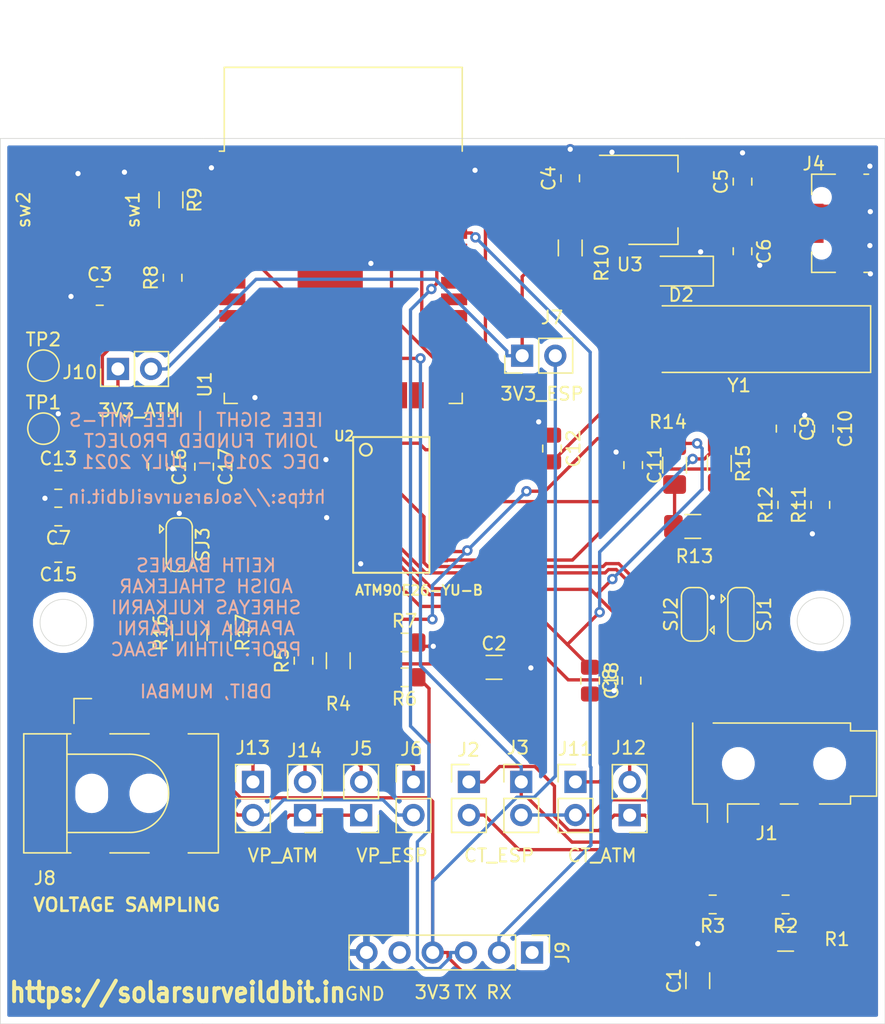
<source format=kicad_pcb>
(kicad_pcb (version 20171130) (host pcbnew "(5.1.8)-1")
  (title_block (title "Single Phase AC Energy Monitoring ESP32+ATM90+EmonLib") (date 2021-02-15) (rev V2) (company "Don Bosco Institute of Technology, Mumbai") (comment 1 "IEEE SIGHT MTT-S Funded Project (LoRaPV RMS)") (comment 2 jithin.dbit@dbclmumbai.org) (comment 3 "Prof. Jithin Saji Isaac") (comment 4 "Adish Sthalekar | Keith Barnes | Shreyas Kulkarni"))
  (layers (0 F.Cu signal) (31 B.Cu signal) (34 B.Paste user) (35 F.Paste user) (36 B.SilkS user) (37 F.SilkS user) (38 B.Mask user) (39 F.Mask user) (44 Edge.Cuts user))
  (net 0 "")
  (net 1 GND)
  (net 2 VP)
  (net 3 /OSCO)
  (net 4 /OSCI)
  (net 5 VN)
  (net 6 "Net-(D2-Pad2)")
  (net 7 /I1N_IN)
  (net 8 /I1P_IN)
  (net 9 "Net-(SJ1-Pad2)")
  (net 10 "Net-(SJ2-Pad2)")
  (net 11 "Net-(SJ3-Pad2)")
  (net 12 "Net-(C4-Pad1)")
  (net 13 GPIO0)
  (net 14 RX)
  (net 15 TX)
  (net 16 Reset)
  (net 17 "Net-(C1-Pad1)")
  (net 18 "Net-(C2-Pad1)")
  (net 19 3V3_ESP)
  (net 20 "Net-(C5-Pad1)")
  (net 21 3V3_ATM)
  (net 22 I1N)
  (net 23 "Net-(C16-Pad1)")
  (net 24 I1P)
  (net 25 CT)
  (net 26 CS)
  (net 27 ADC1)
  (net 28 V1)
  (net 29 V2)
  (net 30 "Net-(J14-Pad2)")
  (net 31 ADC2)
  (net 32 "Net-(J6-Pad1)")
  (net 33 "Net-(J13-Pad1)")
  (net 34 ESP_RX1)
  (net 35 ESP_TX1)
  (module Connector_PinHeader_2.54mm:PinHeader_1x02_P2.54mm_Vertical (layer F.Cu) (at 114.066 115.326)
    (fp_text reference J11 (at -0.02032 -2.52476) (layer F.SilkS))
    (fp_text value Conn_01x02_Male)
    (pad 2 thru_hole oval (at 0 2.54) (size 1.7 1.7) (drill 1) (layers *.Cu *.Mask) (net 26 CS))
    (pad 1 thru_hole rect (at 0 0) (size 1.7 1.7) (drill 1) (layers *.Cu *.Mask) (net 7 /I1N_IN))
  )
  (module JithinIsaac_Footprints:MicroUSB-LCSC-C21377-Sunrom-4358 (layer F.Cu) (at 132.785 72.535 90)
    (fp_text reference J4 (at 4.565 -0.455 180) (layer F.SilkS))
    (fp_text value USB_B_Micro)
    (pad 6 smd rect (at -1.2 2.3 90) (size 1.9 1.9) (layers F.Cu F.Paste F.Mask) (net 1 GND))
    (pad 6 smd rect (at 1.2 2.3 90) (size 1.9 1.9) (layers F.Cu F.Paste F.Mask) (net 1 GND))
    (pad 6 smd rect (at 3.95 2.3 90) (size 1.9 1.9) (layers F.Cu F.Paste F.Mask) (net 1 GND))
    (pad 6 smd rect (at -3.95 2.3 90) (size 1.9 1.9) (layers F.Cu F.Paste F.Mask) (net 1 GND))
    (pad "" np_thru_hole circle (at 2 0.15 90) (size 0.55 0.55) (drill 0.55) (layers *.Cu *.Mask))
    (pad "" np_thru_hole circle (at -2 0.15 90) (size 0.55 0.55) (drill 0.55) (layers *.Cu *.Mask))
    (pad 5 smd rect (at 1.3 -0.6 90) (size 0.4 1.8) (layers F.Cu F.Paste F.Mask) (net 1 GND))
    (pad 4 smd rect (at 0.65 -0.6 90) (size 0.4 1.8) (layers F.Cu F.Paste F.Mask) (net 1 GND))
    (pad 3 smd rect (at 0 -0.6 90) (size 0.4 1.8) (layers F.Cu F.Paste F.Mask))
    (pad 1 smd rect (at -1.3 -0.6 90) (size 0.4 1.8) (layers F.Cu F.Paste F.Mask) (net 20 "Net-(C5-Pad1)"))
    (pad 2 smd rect (at -0.65 -0.6 90) (size 0.4 1.8) (layers F.Cu F.Paste F.Mask))
  )
  (module "WLR089u0-DevBoard:Tactile Switch 3x4x2mm" (layer F.Cu) (at 78.105 71.501 270)
    (fp_text reference sw1 (at 0 -2.032 270) (layer F.SilkS))
    (fp_text value SW_Push)
    (pad 1 smd rect (at -2.808 0.01 270) (size 1.5 1.5) (layers F.Cu F.Paste F.Mask) (net 1 GND))
    (pad 2 smd rect (at 2.812 0.02 270) (size 1.5 1.5) (layers F.Cu F.Paste F.Mask) (net 13 GPIO0))
  )
  (module "WLR089u0-DevBoard:Tactile Switch 3x4x2mm" (layer F.Cu) (at 74.549 71.501 90)
    (fp_text reference sw2 (at 0 -2.794 90) (layer F.SilkS))
    (fp_text value SW_Push)
    (pad 2 smd rect (at 2.812 0.02 90) (size 1.5 1.5) (layers F.Cu F.Paste F.Mask) (net 1 GND))
    (pad 1 smd rect (at -2.808 0.01 90) (size 1.5 1.5) (layers F.Cu F.Paste F.Mask) (net 16 Reset))
  )
  (module LED_SMD:LED_1206_3216Metric_Pad1.42x1.75mm_HandSolder (layer F.Cu) (at 122.174 76.2 180)
    (fp_text reference D2 (at 0 -1.82) (layer F.SilkS))
    (fp_text value LED'1206')
    (pad 1 smd roundrect (at -1.4875 0 180) (size 1.425 1.75) (layers F.Cu F.Paste F.Mask) (roundrect_rratio 0.1754385964912281) (net 1 GND))
    (pad 2 smd roundrect (at 1.4875 0 180) (size 1.425 1.75) (layers F.Cu F.Paste F.Mask) (roundrect_rratio 0.1754385964912281) (net 6 "Net-(D2-Pad2)"))
  )
  (module Connector_PinHeader_2.54mm:PinHeader_1x02_P2.54mm_Vertical (layer F.Cu) (at 109.911 115.326)
    (fp_text reference J3 (at -0.25908 -2.6162) (layer F.SilkS))
    (fp_text value Conn_01x02_Male)
    (pad 1 thru_hole rect (at 0 0) (size 1.7 1.7) (drill 1) (layers *.Cu *.Mask) (net 27 ADC1))
    (pad 2 thru_hole oval (at 0 2.54) (size 1.7 1.7) (drill 1) (layers *.Cu *.Mask) (net 26 CS))
  )
  (module Connector_PinHeader_2.54mm:PinHeader_1x02_P2.54mm_Vertical (layer F.Cu) (at 105.898 115.326)
    (fp_text reference J2 (at -0.02794 -2.45364) (layer F.SilkS))
    (fp_text value Conn_01x02_Male)
    (pad 1 thru_hole rect (at 0 0) (size 1.7 1.7) (drill 1) (layers *.Cu *.Mask) (net 25 CT))
    (pad 2 thru_hole oval (at 0 2.54) (size 1.7 1.7) (drill 1) (layers *.Cu *.Mask) (net 17 "Net-(C1-Pad1)"))
  )
  (module Connector_PinHeader_2.54mm:PinHeader_1x02_P2.54mm_Vertical (layer F.Cu) (at 97.6376 117.876 180)
    (fp_text reference J5 (at -0.0127 5.1054) (layer F.SilkS))
    (fp_text value Conn_01x02_Male)
    (pad 1 thru_hole rect (at 0 0 180) (size 1.7 1.7) (drill 1) (layers *.Cu *.Mask) (net 29 V2))
    (pad 2 thru_hole oval (at 0 2.54 180) (size 1.7 1.7) (drill 1) (layers *.Cu *.Mask) (net 18 "Net-(C2-Pad1)"))
  )
  (module Connector_PinHeader_2.54mm:PinHeader_1x02_P2.54mm_Vertical (layer F.Cu) (at 101.651 115.326)
    (fp_text reference J6 (at -0.1651 -2.5146) (layer F.SilkS))
    (fp_text value Conn_01x02_Male)
    (pad 2 thru_hole oval (at 0 2.54) (size 1.7 1.7) (drill 1) (layers *.Cu *.Mask) (net 28 V1))
    (pad 1 thru_hole rect (at 0 0) (size 1.7 1.7) (drill 1) (layers *.Cu *.Mask) (net 32 "Net-(J6-Pad1)"))
  )
  (module Connector_PinHeader_2.54mm:PinHeader_1x02_P2.54mm_Vertical (layer F.Cu) (at 78.994 83.693 90)
    (fp_text reference J10 (at -0.254 -2.921 180) (layer F.SilkS))
    (fp_text value Conn_01x02_Male)
    (pad 1 thru_hole rect (at 0 0 90) (size 1.7 1.7) (drill 1) (layers *.Cu *.Mask) (net 21 3V3_ATM))
    (pad 2 thru_hole oval (at 0 2.54 90) (size 1.7 1.7) (drill 1) (layers *.Cu *.Mask) (net 12 "Net-(C4-Pad1)"))
  )
  (module Connector_PinHeader_2.54mm:PinHeader_1x02_P2.54mm_Vertical (layer F.Cu) (at 109.982 82.677 90)
    (fp_text reference J7 (at 2.921 2.286 180) (layer F.SilkS))
    (fp_text value Conn_01x02_Male)
    (pad 2 thru_hole oval (at 0 2.54 90) (size 1.7 1.7) (drill 1) (layers *.Cu *.Mask) (net 19 3V3_ESP))
    (pad 1 thru_hole rect (at 0 0 90) (size 1.7 1.7) (drill 1) (layers *.Cu *.Mask) (net 12 "Net-(C4-Pad1)"))
  )
  (module new_Connector_BarrelJack:BarrelJack_CLIFF_FC681465S_SMT_Horizontal (layer F.Cu) (at 79.883 116.205)
    (fp_text reference J8 (at -6.5 6.5 180) (layer F.SilkS))
    (fp_text value Barrel_Jack_Switch)
    (pad "" np_thru_hole oval (at -2.9 0 90) (size 2 1.5) (drill oval 2 1.5) (layers *.Cu *.Mask))
    (pad "" np_thru_hole circle (at 1.5 0 90) (size 2 2) (drill 2) (layers *.Cu *.Mask))
    (pad 1 smd rect (at -3 -5.5 90) (size 3 2) (layers F.Cu F.Paste F.Mask) (net 28 V1))
    (pad 1 smd rect (at 3 -5.5 90) (size 3 2) (layers F.Cu F.Paste F.Mask) (net 28 V1))
    (pad 2 smd rect (at 3 5.5 90) (size 3 2) (layers F.Cu F.Paste F.Mask) (net 29 V2))
    (pad 3 smd rect (at -3 5.5 90) (size 3 2) (layers F.Cu F.Paste F.Mask))
  )
  (module Connector_PinHeader_2.54mm:PinHeader_1x06_P2.54mm_Vertical (layer F.Cu) (at 110.744 128.397 270)
    (fp_text reference J9 (at 0 -2.33 90) (layer F.SilkS))
    (fp_text value Connector_Conn_01x06_Female)
    (pad 1 thru_hole rect (at 0 0 270) (size 1.7 1.7) (drill 1) (layers *.Cu *.Mask))
    (pad 2 thru_hole oval (at 0 2.54 270) (size 1.7 1.7) (drill 1) (layers *.Cu *.Mask) (net 14 RX))
    (pad 3 thru_hole oval (at 0 5.08 270) (size 1.7 1.7) (drill 1) (layers *.Cu *.Mask) (net 15 TX))
    (pad 4 thru_hole oval (at 0 7.62 270) (size 1.7 1.7) (drill 1) (layers *.Cu *.Mask) (net 19 3V3_ESP))
    (pad 5 thru_hole oval (at 0 10.16 270) (size 1.7 1.7) (drill 1) (layers *.Cu *.Mask))
    (pad 6 thru_hole oval (at 0 12.7 270) (size 1.7 1.7) (drill 1) (layers *.Cu *.Mask) (net 1 GND))
  )
  (module Connector_PinHeader_2.54mm:PinHeader_1x02_P2.54mm_Vertical (layer F.Cu) (at 118.222 117.876 180)
    (fp_text reference J12 (at 0.06604 5.16128) (layer F.SilkS))
    (fp_text value Conn_01x02_Male)
    (pad 2 thru_hole oval (at 0 2.54 180) (size 1.7 1.7) (drill 1) (layers *.Cu *.Mask) (net 8 /I1P_IN))
    (pad 1 thru_hole rect (at 0 0 180) (size 1.7 1.7) (drill 1) (layers *.Cu *.Mask) (net 25 CT))
  )
  (module Connector_PinHeader_2.54mm:PinHeader_1x02_P2.54mm_Vertical (layer F.Cu) (at 89.3445 115.326)
    (fp_text reference J13 (at -0.0127 -2.6035) (layer F.SilkS))
    (fp_text value Conn_01x02_Male)
    (pad 1 thru_hole rect (at 0 0) (size 1.7 1.7) (drill 1) (layers *.Cu *.Mask) (net 33 "Net-(J13-Pad1)"))
    (pad 2 thru_hole oval (at 0 2.54) (size 1.7 1.7) (drill 1) (layers *.Cu *.Mask) (net 28 V1))
  )
  (module Connector_PinHeader_2.54mm:PinHeader_1x02_P2.54mm_Vertical (layer F.Cu) (at 93.3323 117.876 180)
    (fp_text reference J14 (at 0.0381 4.953) (layer F.SilkS))
    (fp_text value Conn_01x02_Male)
    (pad 1 thru_hole rect (at 0 0 180) (size 1.7 1.7) (drill 1) (layers *.Cu *.Mask) (net 29 V2))
    (pad 2 thru_hole oval (at 0 2.54 180) (size 1.7 1.7) (drill 1) (layers *.Cu *.Mask) (net 30 "Net-(J14-Pad2)"))
  )
  (module Resistor_SMD:R_1206_3216Metric_Pad1.42x1.75mm_HandSolder (layer F.Cu) (at 130.175 127.381 180)
    (fp_text reference R1 (at -3.937 0) (layer F.SilkS))
    (fp_text value 18)
    (pad 1 smd roundrect (at -1.4875 0 180) (size 1.425 1.75) (layers F.Cu F.Paste F.Mask) (roundrect_rratio 0.1754385964912281) (net 27 ADC1))
    (pad 2 smd roundrect (at 1.4875 0 180) (size 1.425 1.75) (layers F.Cu F.Paste F.Mask) (roundrect_rratio 0.1754385964912281) (net 17 "Net-(C1-Pad1)"))
  )
  (module Resistor_SMD:R_1206_3216Metric_Pad1.42x1.75mm_HandSolder (layer F.Cu) (at 95.885 106.045 270)
    (fp_text reference R4 (at 3.302 0 180) (layer F.SilkS))
    (fp_text value 100K)
    (pad 1 smd roundrect (at -1.4875 0 270) (size 1.425 1.75) (layers F.Cu F.Paste F.Mask) (roundrect_rratio 0.1754385964912281) (net 31 ADC2))
    (pad 2 smd roundrect (at 1.4875 0 270) (size 1.425 1.75) (layers F.Cu F.Paste F.Mask) (roundrect_rratio 0.1754385964912281) (net 32 "Net-(J6-Pad1)"))
  )
  (module Resistor_SMD:R_1206_3216Metric_Pad1.42x1.75mm_HandSolder (layer F.Cu) (at 83.058 70.739 270)
    (fp_text reference R9 (at 0 -1.82 90) (layer F.SilkS))
    (fp_text value 1K)
    (pad 2 smd roundrect (at 1.4875 0 270) (size 1.425 1.75) (layers F.Cu F.Paste F.Mask) (roundrect_rratio 0.1754385964912281) (net 13 GPIO0))
    (pad 1 smd roundrect (at -1.4875 0 270) (size 1.425 1.75) (layers F.Cu F.Paste F.Mask) (roundrect_rratio 0.1754385964912281) (net 19 3V3_ESP))
  )
  (module Resistor_SMD:R_1206_3216Metric_Pad1.42x1.75mm_HandSolder (layer F.Cu) (at 113.665 74.422 270)
    (fp_text reference R10 (at 1.143 -2.413 90) (layer F.SilkS))
    (fp_text value 1K)
    (pad 1 smd roundrect (at -1.4875 0 270) (size 1.425 1.75) (layers F.Cu F.Paste F.Mask) (roundrect_rratio 0.1754385964912281) (net 12 "Net-(C4-Pad1)"))
    (pad 2 smd roundrect (at 1.4875 0 270) (size 1.425 1.75) (layers F.Cu F.Paste F.Mask) (roundrect_rratio 0.1754385964912281) (net 6 "Net-(D2-Pad2)"))
  )
  (module Resistor_SMD:R_1206_3216Metric_Pad1.42x1.75mm_HandSolder (layer F.Cu) (at 123.063 95.758)
    (fp_text reference R13 (at 0.127 2.286) (layer F.SilkS))
    (fp_text value 12R)
    (pad 2 smd roundrect (at 1.4875 0) (size 1.425 1.75) (layers F.Cu F.Paste F.Mask) (roundrect_rratio 0.1754385964912281) (net 8 /I1P_IN))
    (pad 1 smd roundrect (at -1.4875 0) (size 1.425 1.75) (layers F.Cu F.Paste F.Mask) (roundrect_rratio 0.1754385964912281) (net 7 /I1N_IN))
  )
  (module Resistor_SMD:R_1206_3216Metric_Pad1.42x1.75mm_HandSolder (layer F.Cu) (at 121.666 91.059 270)
    (fp_text reference R14 (at -3.302 0.508 180) (layer F.SilkS))
    (fp_text value 100R)
    (pad 2 smd roundrect (at 1.4875 0 270) (size 1.425 1.75) (layers F.Cu F.Paste F.Mask) (roundrect_rratio 0.1754385964912281) (net 7 /I1N_IN))
    (pad 1 smd roundrect (at -1.4875 0 270) (size 1.425 1.75) (layers F.Cu F.Paste F.Mask) (roundrect_rratio 0.1754385964912281) (net 22 I1N))
  )
  (module Resistor_SMD:R_1206_3216Metric_Pad1.42x1.75mm_HandSolder (layer F.Cu) (at 125.095 90.932 270)
    (fp_text reference R15 (at 0 -1.82 90) (layer F.SilkS))
    (fp_text value 100R)
    (pad 2 smd roundrect (at 1.4875 0 270) (size 1.425 1.75) (layers F.Cu F.Paste F.Mask) (roundrect_rratio 0.1754385964912281) (net 8 /I1P_IN))
    (pad 1 smd roundrect (at -1.4875 0 270) (size 1.425 1.75) (layers F.Cu F.Paste F.Mask) (roundrect_rratio 0.1754385964912281) (net 24 I1P))
  )
  (module Resistor_SMD:R_1206_3216Metric_Pad1.42x1.75mm_HandSolder (layer F.Cu) (at 84.074 103.886 90)
    (fp_text reference R16 (at 0 -1.82 90) (layer F.SilkS))
    (fp_text value 100K)
    (pad 1 smd roundrect (at -1.4875 0 90) (size 1.425 1.75) (layers F.Cu F.Paste F.Mask) (roundrect_rratio 0.1754385964912281) (net 33 "Net-(J13-Pad1)"))
    (pad 2 smd roundrect (at 1.4875 0 90) (size 1.425 1.75) (layers F.Cu F.Paste F.Mask) (roundrect_rratio 0.1754385964912281) (net 2 VP))
  )
  (module Resistor_SMD:R_1206_3216Metric_Pad1.42x1.75mm_HandSolder (layer F.Cu) (at 86.741 103.886 270)
    (fp_text reference R17 (at 0 -1.82 90) (layer F.SilkS))
    (fp_text value 1K)
    (pad 2 smd roundrect (at 1.4875 0 270) (size 1.425 1.75) (layers F.Cu F.Paste F.Mask) (roundrect_rratio 0.1754385964912281) (net 30 "Net-(J14-Pad2)"))
    (pad 1 smd roundrect (at -1.4875 0 270) (size 1.425 1.75) (layers F.Cu F.Paste F.Mask) (roundrect_rratio 0.1754385964912281) (net 2 VP))
  )
  (module Jumper:SolderJumper-3_P1.3mm_Open_RoundedPad1.0x1.5mm (layer F.Cu) (at 126.746 102.489 270)
    (fp_text reference SJ1 (at 0 -1.8 90) (layer F.SilkS))
    (fp_text value JUMPER-PAD-3-NOFULL_BOX_SILK)
    (pad 1 smd custom (at -1.3 0 270) (size 1 0.5) (layers F.Cu F.Mask) (net 1 GND) (options (clearance outline) (anchor rect)) (primitives (gr_circle (center 0 0.25) (end 0.5 0.25) (width 0)) (gr_circle (center 0 -0.25) (end 0.5 -0.25) (width 0)) (gr_poly (pts (xy 0.55 -0.75) (xy 0 -0.75) (xy 0 0.75) (xy 0.55 0.75)) (width 0))))
    (pad 3 smd custom (at 1.3 0 270) (size 1 0.5) (layers F.Cu F.Mask) (net 21 3V3_ATM) (options (clearance outline) (anchor rect)) (primitives (gr_circle (center 0 0.25) (end 0.5 0.25) (width 0)) (gr_circle (center 0 -0.25) (end 0.5 -0.25) (width 0)) (gr_poly (pts (xy -0.55 -0.75) (xy 0 -0.75) (xy 0 0.75) (xy -0.55 0.75)) (width 0))))
    (pad 2 smd rect (at 0 0 270) (size 1 1.5) (layers F.Cu F.Mask) (net 9 "Net-(SJ1-Pad2)"))
  )
  (module Jumper:SolderJumper-3_P1.3mm_Open_RoundedPad1.0x1.5mm (layer F.Cu) (at 123.19 102.489 90)
    (fp_text reference SJ2 (at 0 -1.8 90) (layer F.SilkS))
    (fp_text value JUMPER-PAD-3-NOFULL_BOX_SILK)
    (pad 1 smd custom (at -1.3 0 90) (size 1 0.5) (layers F.Cu F.Mask) (net 21 3V3_ATM) (options (clearance outline) (anchor rect)) (primitives (gr_circle (center 0 0.25) (end 0.5 0.25) (width 0)) (gr_circle (center 0 -0.25) (end 0.5 -0.25) (width 0)) (gr_poly (pts (xy 0.55 -0.75) (xy 0 -0.75) (xy 0 0.75) (xy 0.55 0.75)) (width 0))))
    (pad 3 smd custom (at 1.3 0 90) (size 1 0.5) (layers F.Cu F.Mask) (net 1 GND) (options (clearance outline) (anchor rect)) (primitives (gr_circle (center 0 0.25) (end 0.5 0.25) (width 0)) (gr_circle (center 0 -0.25) (end 0.5 -0.25) (width 0)) (gr_poly (pts (xy -0.55 -0.75) (xy 0 -0.75) (xy 0 0.75) (xy -0.55 0.75)) (width 0))))
    (pad 2 smd rect (at 0 0 90) (size 1 1.5) (layers F.Cu F.Mask) (net 10 "Net-(SJ2-Pad2)"))
  )
  (module Jumper:SolderJumper-3_P1.3mm_Open_RoundedPad1.0x1.5mm (layer F.Cu) (at 83.693 97.155 270)
    (fp_text reference SJ3 (at 0 -1.8 90) (layer F.SilkS))
    (fp_text value JUMPER-PAD-3-NOFULL_BOX_SILK)
    (pad 2 smd rect (at 0 0 270) (size 1 1.5) (layers F.Cu F.Mask) (net 11 "Net-(SJ3-Pad2)"))
    (pad 3 smd custom (at 1.3 0 270) (size 1 0.5) (layers F.Cu F.Mask) (net 21 3V3_ATM) (options (clearance outline) (anchor rect)) (primitives (gr_circle (center 0 0.25) (end 0.5 0.25) (width 0)) (gr_circle (center 0 -0.25) (end 0.5 -0.25) (width 0)) (gr_poly (pts (xy -0.55 -0.75) (xy 0 -0.75) (xy 0 0.75) (xy -0.55 0.75)) (width 0))))
    (pad 1 smd custom (at -1.3 0 270) (size 1 0.5) (layers F.Cu F.Mask) (net 1 GND) (options (clearance outline) (anchor rect)) (primitives (gr_circle (center 0 0.25) (end 0.5 0.25) (width 0)) (gr_circle (center 0 -0.25) (end 0.5 -0.25) (width 0)) (gr_poly (pts (xy 0.55 -0.75) (xy 0 -0.75) (xy 0 0.75) (xy 0.55 0.75)) (width 0))))
  )
  (module TestPoint:TestPoint_Pad_D2.0mm (layer F.Cu) (at 73.279 88.265)
    (fp_text reference TP1 (at 0 -1.998) (layer F.SilkS))
    (fp_text value GND)
    (pad 1 smd circle (at 0 0) (size 2 2) (layers F.Cu F.Mask) (net 1 GND))
  )
  (module TestPoint:TestPoint_Pad_D2.0mm (layer F.Cu) (at 73.279 83.439)
    (fp_text reference TP2 (at 0 -1.998) (layer F.SilkS))
    (fp_text value 3.3V)
    (pad 1 smd circle (at 0 0) (size 2 2) (layers F.Cu F.Mask) (net 19 3V3_ESP))
  )
  (module RF_Module:ESP32-WROOM-32 (layer F.Cu) (at 96.266 76.454)
    (fp_text reference U1 (at -10.61 8.43 90) (layer F.SilkS))
    (fp_text value ESP32-WROOM-32)
    (pad 39 smd rect (at -1 -0.755) (size 5 5) (layers F.Cu F.Paste F.Mask) (net 1 GND))
    (pad 1 smd rect (at -8.5 -8.255) (size 2 0.9) (layers F.Cu F.Paste F.Mask) (net 1 GND))
    (pad 2 smd rect (at -8.5 -6.985) (size 2 0.9) (layers F.Cu F.Paste F.Mask) (net 19 3V3_ESP))
    (pad 3 smd rect (at -8.5 -5.715) (size 2 0.9) (layers F.Cu F.Paste F.Mask) (net 16 Reset))
    (pad 4 smd rect (at -8.5 -4.445) (size 2 0.9) (layers F.Cu F.Paste F.Mask))
    (pad 5 smd rect (at -8.5 -3.175) (size 2 0.9) (layers F.Cu F.Paste F.Mask))
    (pad 6 smd rect (at -8.5 -1.905) (size 2 0.9) (layers F.Cu F.Paste F.Mask) (net 27 ADC1))
    (pad 7 smd rect (at -8.5 -0.635) (size 2 0.9) (layers F.Cu F.Paste F.Mask) (net 31 ADC2))
    (pad 8 smd rect (at -8.5 0.635) (size 2 0.9) (layers F.Cu F.Paste F.Mask))
    (pad 9 smd rect (at -8.5 1.905) (size 2 0.9) (layers F.Cu F.Paste F.Mask))
    (pad 10 smd rect (at -8.5 3.175) (size 2 0.9) (layers F.Cu F.Paste F.Mask))
    (pad 11 smd rect (at -8.5 4.445) (size 2 0.9) (layers F.Cu F.Paste F.Mask))
    (pad 12 smd rect (at -8.5 5.715) (size 2 0.9) (layers F.Cu F.Paste F.Mask))
    (pad 13 smd rect (at -8.5 6.985) (size 2 0.9) (layers F.Cu F.Paste F.Mask))
    (pad 14 smd rect (at -8.5 8.255) (size 2 0.9) (layers F.Cu F.Paste F.Mask))
    (pad 15 smd rect (at -5.715 9.255 90) (size 2 0.9) (layers F.Cu F.Paste F.Mask) (net 1 GND))
    (pad 16 smd rect (at -4.445 9.255 90) (size 2 0.9) (layers F.Cu F.Paste F.Mask))
    (pad 17 smd rect (at -3.175 9.255 90) (size 2 0.9) (layers F.Cu F.Paste F.Mask))
    (pad 18 smd rect (at -1.905 9.255 90) (size 2 0.9) (layers F.Cu F.Paste F.Mask))
    (pad 19 smd rect (at -0.635 9.255 90) (size 2 0.9) (layers F.Cu F.Paste F.Mask))
    (pad 20 smd rect (at 0.635 9.255 90) (size 2 0.9) (layers F.Cu F.Paste F.Mask))
    (pad 21 smd rect (at 1.905 9.255 90) (size 2 0.9) (layers F.Cu F.Paste F.Mask))
    (pad 22 smd rect (at 3.175 9.255 90) (size 2 0.9) (layers F.Cu F.Paste F.Mask))
    (pad 23 smd rect (at 4.445 9.255 90) (size 2 0.9) (layers F.Cu F.Paste F.Mask))
    (pad 24 smd rect (at 5.715 9.255 90) (size 2 0.9) (layers F.Cu F.Paste F.Mask))
    (pad 25 smd rect (at 8.5 8.255) (size 2 0.9) (layers F.Cu F.Paste F.Mask) (net 13 GPIO0))
    (pad 26 smd rect (at 8.5 6.985) (size 2 0.9) (layers F.Cu F.Paste F.Mask))
    (pad 27 smd rect (at 8.5 5.715) (size 2 0.9) (layers F.Cu F.Paste F.Mask) (net 34 ESP_RX1))
    (pad 28 smd rect (at 8.5 4.445) (size 2 0.9) (layers F.Cu F.Paste F.Mask) (net 35 ESP_TX1))
    (pad 29 smd rect (at 8.5 3.175) (size 2 0.9) (layers F.Cu F.Paste F.Mask))
    (pad 30 smd rect (at 8.5 1.905) (size 2 0.9) (layers F.Cu F.Paste F.Mask))
    (pad 31 smd rect (at 8.5 0.635) (size 2 0.9) (layers F.Cu F.Paste F.Mask))
    (pad 32 smd rect (at 8.5 -0.635) (size 2 0.9) (layers F.Cu F.Paste F.Mask))
    (pad 33 smd rect (at 8.5 -1.905) (size 2 0.9) (layers F.Cu F.Paste F.Mask))
    (pad 34 smd rect (at 8.5 -3.175) (size 2 0.9) (layers F.Cu F.Paste F.Mask) (net 14 RX))
    (pad 35 smd rect (at 8.5 -4.445) (size 2 0.9) (layers F.Cu F.Paste F.Mask) (net 15 TX))
    (pad 36 smd rect (at 8.5 -5.715) (size 2 0.9) (layers F.Cu F.Paste F.Mask))
    (pad 37 smd rect (at 8.5 -6.985) (size 2 0.9) (layers F.Cu F.Paste F.Mask))
    (pad 38 smd rect (at 8.5 -8.255) (size 2 0.9) (layers F.Cu F.Paste F.Mask) (net 1 GND))
  )
  (module Crystal:Crystal_SMD_HC49-SD_HandSoldering (layer F.Cu) (at 126.619 81.407 180)
    (fp_text reference Y1 (at 0 -3.55) (layer F.SilkS))
    (fp_text value "8.192 MHz")
    (pad 1 smd rect (at -5.9375 0 180) (size 7.875 2) (layers F.Cu F.Paste F.Mask) (net 4 /OSCI))
    (pad 2 smd rect (at 5.9375 0 180) (size 7.875 2) (layers F.Cu F.Paste F.Mask) (net 3 /OSCO))
  )
  (module Package_TO_SOT_SMD:SOT-223-3_TabPin2 (layer F.Cu) (at 120.015 70.739)
    (fp_text reference U3 (at -1.778 4.953) (layer F.SilkS))
    (fp_text value AMS1117-3.3)
    (pad 2 smd rect (at 3.15 0) (size 2 3.8) (layers F.Cu F.Paste F.Mask) (net 12 "Net-(C4-Pad1)"))
    (pad 2 smd rect (at -3.15 0) (size 2 1.5) (layers F.Cu F.Paste F.Mask) (net 12 "Net-(C4-Pad1)"))
    (pad 3 smd rect (at -3.15 2.3) (size 2 1.5) (layers F.Cu F.Paste F.Mask) (net 20 "Net-(C5-Pad1)"))
    (pad 1 smd rect (at -3.15 -2.3) (size 2 1.5) (layers F.Cu F.Paste F.Mask) (net 1 GND))
  )
  (module atm_footprint:SSOP-28 (layer F.Cu) (at 99.949 94.107 270)
    (fp_text reference U2 (at -5.715 2.76) (layer F.SilkS) (effects (font (size 0.76 0.76) (thickness 0.152)) (justify right top)))
    (fp_text value ATM90E26-YU-B (at 6.985 2.8575) (layer F.SilkS) (effects (font (size 0.76 0.76) (thickness 0.152)) (justify left bottom)))
    (pad 28 smd rect (at -4.225 -3.656 270) (size 0.348 1.397) (layers F.Cu F.Paste F.Mask) (net 11 "Net-(SJ3-Pad2)"))
    (pad 27 smd rect (at -3.575 -3.656 270) (size 0.348 1.397) (layers F.Cu F.Paste F.Mask) (net 35 ESP_TX1))
    (pad 26 smd rect (at -2.925 -3.656 270) (size 0.348 1.397) (layers F.Cu F.Paste F.Mask) (net 34 ESP_RX1))
    (pad 25 smd rect (at -2.275 -3.656 270) (size 0.348 1.397) (layers F.Cu F.Paste F.Mask))
    (pad 24 smd rect (at -1.625 -3.656 270) (size 0.348 1.397) (layers F.Cu F.Paste F.Mask))
    (pad 23 smd rect (at -0.975 -3.656 270) (size 0.348 1.397) (layers F.Cu F.Paste F.Mask) (net 3 /OSCO))
    (pad 22 smd rect (at -0.325 -3.656 270) (size 0.348 1.397) (layers F.Cu F.Paste F.Mask) (net 4 /OSCI))
    (pad 20 smd rect (at 0.975 -3.656 270) (size 0.348 1.397) (layers F.Cu F.Paste F.Mask))
    (pad 21 smd rect (at 0.325 -3.656 270) (size 0.348 1.397) (layers F.Cu F.Paste F.Mask))
    (pad 19 smd rect (at 1.625 -3.656 270) (size 0.348 1.397) (layers F.Cu F.Paste F.Mask))
    (pad 18 smd rect (at 2.275 -3.656 270) (size 0.348 1.397) (layers F.Cu F.Paste F.Mask))
    (pad 17 smd rect (at 2.925 -3.656 270) (size 0.348 1.397) (layers F.Cu F.Paste F.Mask))
    (pad 16 smd rect (at 3.575 -3.656 270) (size 0.348 1.397) (layers F.Cu F.Paste F.Mask) (net 2 VP))
    (pad 15 smd rect (at 4.225 -3.656 270) (size 0.348 1.397) (layers F.Cu F.Paste F.Mask) (net 5 VN))
    (pad 1 smd rect (at -4.225 3.656 270) (size 0.348 1.397) (layers F.Cu F.Paste F.Mask) (net 10 "Net-(SJ2-Pad2)"))
    (pad 2 smd rect (at -3.575 3.656 270) (size 0.348 1.397) (layers F.Cu F.Paste F.Mask) (net 1 GND))
    (pad 3 smd rect (at -2.925 3.656 270) (size 0.348 1.397) (layers F.Cu F.Paste F.Mask) (net 21 3V3_ATM))
    (pad 4 smd rect (at -2.275 3.656 270) (size 0.348 1.397) (layers F.Cu F.Paste F.Mask) (net 21 3V3_ATM))
    (pad 5 smd rect (at -1.625 3.656 270) (size 0.348 1.397) (layers F.Cu F.Paste F.Mask) (net 21 3V3_ATM))
    (pad 6 smd rect (at -0.975 3.656 270) (size 0.348 1.397) (layers F.Cu F.Paste F.Mask) (net 1 GND))
    (pad 7 smd rect (at -0.325 3.656 270) (size 0.348 1.397) (layers F.Cu F.Paste F.Mask))
    (pad 8 smd rect (at 0.325 3.656 270) (size 0.348 1.397) (layers F.Cu F.Paste F.Mask))
    (pad 9 smd rect (at 0.975 3.656 270) (size 0.348 1.397) (layers F.Cu F.Paste F.Mask) (net 1 GND))
    (pad 10 smd rect (at 1.625 3.656 270) (size 0.348 1.397) (layers F.Cu F.Paste F.Mask) (net 22 I1N))
    (pad 11 smd rect (at 2.275 3.656 270) (size 0.348 1.397) (layers F.Cu F.Paste F.Mask) (net 24 I1P))
    (pad 12 smd rect (at 2.925 3.656 270) (size 0.348 1.397) (layers F.Cu F.Paste F.Mask) (net 9 "Net-(SJ1-Pad2)"))
    (pad 13 smd rect (at 3.575 3.656 270) (size 0.348 1.397) (layers F.Cu F.Paste F.Mask) (net 23 "Net-(C16-Pad1)"))
    (pad 14 smd rect (at 4.225 3.656 270) (size 0.348 1.397) (layers F.Cu F.Paste F.Mask) (net 1 GND))
  )
  (module Connector_Audio:Jack_3.5mm_PJ320D_Horizontal (layer F.Cu) (at 128.778 113.919 180)
    (fp_text reference J1 (at 0.05 -5.35) (layer F.SilkS))
    (fp_text value AudioJack4)
    (pad S smd rect (at 4.925 3.25 180) (size 1.2 2.5) (layers F.Cu F.Paste F.Mask) (net 26 CS))
    (pad T smd rect (at 3.825 -3.25 180) (size 1.2 2.5) (layers F.Cu F.Paste F.Mask) (net 25 CT))
    (pad R1 smd rect (at -0.175 -3.25 180) (size 1.2 2.5) (layers F.Cu F.Paste F.Mask))
    (pad R2 smd rect (at -3.175 -3.25 180) (size 1.2 2.5) (layers F.Cu F.Paste F.Mask))
    (pad "" np_thru_hole circle (at -4.775 0 180) (size 1.5 1.5) (drill 1.5) (layers *.Cu *.Mask))
    (pad "" np_thru_hole circle (at 2.225 0 180) (size 1.5 1.5) (drill 1.5) (layers *.Cu *.Mask))
  )
  (module Capacitor_SMD:C_1206_3216Metric_Pad1.42x1.75mm_HandSolder (layer F.Cu) (at 123.444 130.556 90)
    (fp_text reference C1 (at 0 -1.82 90) (layer F.SilkS))
    (fp_text value 10uF)
    (pad 2 smd roundrect (at 1.4875 0 90) (size 1.425 1.75) (layers F.Cu F.Paste F.Mask) (roundrect_rratio 0.1754385964912281) (net 1 GND))
    (pad 1 smd roundrect (at -1.4875 0 90) (size 1.425 1.75) (layers F.Cu F.Paste F.Mask) (roundrect_rratio 0.1754385964912281) (net 17 "Net-(C1-Pad1)"))
  )
  (module Capacitor_SMD:C_1206_3216Metric_Pad1.42x1.75mm_HandSolder (layer F.Cu) (at 107.823 106.553)
    (fp_text reference C2 (at 0 -1.82) (layer F.SilkS))
    (fp_text value 10uF)
    (pad 1 smd roundrect (at -1.4875 0) (size 1.425 1.75) (layers F.Cu F.Paste F.Mask) (roundrect_rratio 0.1754385964912281) (net 18 "Net-(C2-Pad1)"))
    (pad 2 smd roundrect (at 1.4875 0) (size 1.425 1.75) (layers F.Cu F.Paste F.Mask) (roundrect_rratio 0.1754385964912281) (net 1 GND))
  )
  (module Capacitor_SMD:C_0805_2012Metric_Pad1.15x1.40mm_HandSolder (layer F.Cu) (at 77.597 78.105)
    (fp_text reference C3 (at 0 -1.65) (layer F.SilkS))
    (fp_text value 100nF)
    (pad 1 smd roundrect (at -1.025 0) (size 1.15 1.4) (layers F.Cu F.Paste F.Mask) (roundrect_rratio 0.2173904347826087) (net 1 GND))
    (pad 2 smd roundrect (at 1.025 0) (size 1.15 1.4) (layers F.Cu F.Paste F.Mask) (roundrect_rratio 0.2173904347826087) (net 19 3V3_ESP))
  )
  (module Capacitor_SMD:C_0805_2012Metric_Pad1.15x1.40mm_HandSolder (layer F.Cu) (at 113.665 69.088 90)
    (fp_text reference C4 (at 0 -1.65 90) (layer F.SilkS))
    (fp_text value 22uF)
    (pad 1 smd roundrect (at -1.025 0 90) (size 1.15 1.4) (layers F.Cu F.Paste F.Mask) (roundrect_rratio 0.2173904347826087) (net 12 "Net-(C4-Pad1)"))
    (pad 2 smd roundrect (at 1.025 0 90) (size 1.15 1.4) (layers F.Cu F.Paste F.Mask) (roundrect_rratio 0.2173904347826087) (net 1 GND))
  )
  (module Capacitor_SMD:C_0805_2012Metric_Pad1.15x1.40mm_HandSolder (layer F.Cu) (at 126.873 69.342 90)
    (fp_text reference C5 (at 0 -1.65 90) (layer F.SilkS))
    (fp_text value 10uF)
    (pad 1 smd roundrect (at -1.025 0 90) (size 1.15 1.4) (layers F.Cu F.Paste F.Mask) (roundrect_rratio 0.2173904347826087) (net 20 "Net-(C5-Pad1)"))
    (pad 2 smd roundrect (at 1.025 0 90) (size 1.15 1.4) (layers F.Cu F.Paste F.Mask) (roundrect_rratio 0.2173904347826087) (net 1 GND))
  )
  (module Capacitor_SMD:C_0805_2012Metric_Pad1.15x1.40mm_HandSolder (layer F.Cu) (at 126.873 74.676 270)
    (fp_text reference C6 (at 0 -1.65 90) (layer F.SilkS))
    (fp_text value 100nF)
    (pad 2 smd roundrect (at 1.025 0 270) (size 1.15 1.4) (layers F.Cu F.Paste F.Mask) (roundrect_rratio 0.2173904347826087) (net 1 GND))
    (pad 1 smd roundrect (at -1.025 0 270) (size 1.15 1.4) (layers F.Cu F.Paste F.Mask) (roundrect_rratio 0.2173904347826087) (net 20 "Net-(C5-Pad1)"))
  )
  (module Capacitor_SMD:C_0805_2012Metric_Pad1.15x1.40mm_HandSolder (layer F.Cu) (at 74.422 94.996 180)
    (fp_text reference C7 (at 0 -1.65) (layer F.SilkS))
    (fp_text value 10uF)
    (pad 2 smd roundrect (at 1.025 0 180) (size 1.15 1.4) (layers F.Cu F.Paste F.Mask) (roundrect_rratio 0.2173904347826087) (net 1 GND))
    (pad 1 smd roundrect (at -1.025 0 180) (size 1.15 1.4) (layers F.Cu F.Paste F.Mask) (roundrect_rratio 0.2173904347826087) (net 21 3V3_ATM))
  )
  (module Capacitor_SMD:C_0805_2012Metric_Pad1.15x1.40mm_HandSolder (layer F.Cu) (at 118.364 107.569 90)
    (fp_text reference C8 (at 0 -1.65 90) (layer F.SilkS))
    (fp_text value 330nF)
    (pad 1 smd roundrect (at -1.025 0 90) (size 1.15 1.4) (layers F.Cu F.Paste F.Mask) (roundrect_rratio 0.2173904347826087) (net 1 GND))
    (pad 2 smd roundrect (at 1.025 0 90) (size 1.15 1.4) (layers F.Cu F.Paste F.Mask) (roundrect_rratio 0.2173904347826087) (net 22 I1N))
  )
  (module Capacitor_SMD:C_0805_2012Metric_Pad1.15x1.40mm_HandSolder (layer F.Cu) (at 130.175 88.265 270)
    (fp_text reference C9 (at 0 -1.65 90) (layer F.SilkS))
    (fp_text value 33nF)
    (pad 2 smd roundrect (at 1.025 0 270) (size 1.15 1.4) (layers F.Cu F.Paste F.Mask) (roundrect_rratio 0.2173904347826087) (net 5 VN))
    (pad 1 smd roundrect (at -1.025 0 270) (size 1.15 1.4) (layers F.Cu F.Paste F.Mask) (roundrect_rratio 0.2173904347826087) (net 1 GND))
  )
  (module Capacitor_SMD:C_0805_2012Metric_Pad1.15x1.40mm_HandSolder (layer F.Cu) (at 133.096 88.265 270)
    (fp_text reference C10 (at 0 -1.65 90) (layer F.SilkS))
    (fp_text value 33nF)
    (pad 2 smd roundrect (at 1.025 0 270) (size 1.15 1.4) (layers F.Cu F.Paste F.Mask) (roundrect_rratio 0.2173904347826087) (net 2 VP))
    (pad 1 smd roundrect (at -1.025 0 270) (size 1.15 1.4) (layers F.Cu F.Paste F.Mask) (roundrect_rratio 0.2173904347826087) (net 1 GND))
  )
  (module Capacitor_SMD:C_0805_2012Metric_Pad1.15x1.40mm_HandSolder (layer F.Cu) (at 118.491 91.059 270)
    (fp_text reference C11 (at 0 -1.65 90) (layer F.SilkS))
    (fp_text value 27pF)
    (pad 1 smd roundrect (at -1.025 0 270) (size 1.15 1.4) (layers F.Cu F.Paste F.Mask) (roundrect_rratio 0.2173904347826087) (net 1 GND))
    (pad 2 smd roundrect (at 1.025 0 270) (size 1.15 1.4) (layers F.Cu F.Paste F.Mask) (roundrect_rratio 0.2173904347826087) (net 4 /OSCI))
  )
  (module Capacitor_SMD:C_0805_2012Metric_Pad1.15x1.40mm_HandSolder (layer F.Cu) (at 112.268 89.789 270)
    (fp_text reference C12 (at 0 -1.65 90) (layer F.SilkS))
    (fp_text value 27pF)
    (pad 2 smd roundrect (at 1.025 0 270) (size 1.15 1.4) (layers F.Cu F.Paste F.Mask) (roundrect_rratio 0.2173904347826087) (net 3 /OSCO))
    (pad 1 smd roundrect (at -1.025 0 270) (size 1.15 1.4) (layers F.Cu F.Paste F.Mask) (roundrect_rratio 0.2173904347826087) (net 1 GND))
  )
  (module Capacitor_SMD:C_0805_2012Metric_Pad1.15x1.40mm_HandSolder (layer F.Cu) (at 74.422 92.202)
    (fp_text reference C13 (at 0 -1.65) (layer F.SilkS))
    (fp_text value 0.1uF)
    (pad 1 smd roundrect (at -1.025 0) (size 1.15 1.4) (layers F.Cu F.Paste F.Mask) (roundrect_rratio 0.2173904347826087) (net 1 GND))
    (pad 2 smd roundrect (at 1.025 0) (size 1.15 1.4) (layers F.Cu F.Paste F.Mask) (roundrect_rratio 0.2173904347826087) (net 21 3V3_ATM))
  )
  (module Capacitor_SMD:C_0805_2012Metric_Pad1.15x1.40mm_HandSolder (layer F.Cu) (at 74.422 97.79 180)
    (fp_text reference C15 (at 0 -1.65) (layer F.SilkS))
    (fp_text value 0.1uF)
    (pad 1 smd roundrect (at -1.025 0 180) (size 1.15 1.4) (layers F.Cu F.Paste F.Mask) (roundrect_rratio 0.2173904347826087) (net 21 3V3_ATM))
    (pad 2 smd roundrect (at 1.025 0 180) (size 1.15 1.4) (layers F.Cu F.Paste F.Mask) (roundrect_rratio 0.2173904347826087) (net 1 GND))
  )
  (module Capacitor_SMD:C_0805_2012Metric_Pad1.15x1.40mm_HandSolder (layer F.Cu) (at 82.042 91.186 270)
    (fp_text reference C16 (at 0 -1.65 90) (layer F.SilkS))
    (fp_text value 0.1uF)
    (pad 2 smd roundrect (at 1.025 0 270) (size 1.15 1.4) (layers F.Cu F.Paste F.Mask) (roundrect_rratio 0.2173904347826087) (net 1 GND))
    (pad 1 smd roundrect (at -1.025 0 270) (size 1.15 1.4) (layers F.Cu F.Paste F.Mask) (roundrect_rratio 0.2173904347826087) (net 23 "Net-(C16-Pad1)"))
  )
  (module Capacitor_SMD:C_0805_2012Metric_Pad1.15x1.40mm_HandSolder (layer F.Cu) (at 85.598 91.186 270)
    (fp_text reference C17 (at 0 -1.65 90) (layer F.SilkS))
    (fp_text value 10uF)
    (pad 1 smd roundrect (at -1.025 0 270) (size 1.15 1.4) (layers F.Cu F.Paste F.Mask) (roundrect_rratio 0.2173904347826087) (net 23 "Net-(C16-Pad1)"))
    (pad 2 smd roundrect (at 1.025 0 270) (size 1.15 1.4) (layers F.Cu F.Paste F.Mask) (roundrect_rratio 0.2173904347826087) (net 1 GND))
  )
  (module Capacitor_SMD:C_0805_2012Metric_Pad1.15x1.40mm_HandSolder (layer F.Cu) (at 115.189 107.569 270)
    (fp_text reference C18 (at 0 -1.65 90) (layer F.SilkS))
    (fp_text value 330nF)
    (pad 2 smd roundrect (at 1.025 0 270) (size 1.15 1.4) (layers F.Cu F.Paste F.Mask) (roundrect_rratio 0.2173904347826087) (net 1 GND))
    (pad 1 smd roundrect (at -1.025 0 270) (size 1.15 1.4) (layers F.Cu F.Paste F.Mask) (roundrect_rratio 0.2173904347826087) (net 24 I1P))
  )
  (module Resistor_SMD:R_0805_2012Metric_Pad1.15x1.40mm_HandSolder (layer F.Cu) (at 130.175 124.714 180)
    (fp_text reference R2 (at 0 -1.65) (layer F.SilkS))
    (fp_text value 470K)
    (pad 2 smd roundrect (at 1.025 0 180) (size 1.15 1.4) (layers F.Cu F.Paste F.Mask) (roundrect_rratio 0.2173904347826087) (net 17 "Net-(C1-Pad1)"))
    (pad 1 smd roundrect (at -1.025 0 180) (size 1.15 1.4) (layers F.Cu F.Paste F.Mask) (roundrect_rratio 0.2173904347826087) (net 19 3V3_ESP))
  )
  (module Resistor_SMD:R_0805_2012Metric_Pad1.15x1.40mm_HandSolder (layer F.Cu) (at 124.587 124.714 180)
    (fp_text reference R3 (at 0 -1.65) (layer F.SilkS))
    (fp_text value 470K)
    (pad 1 smd roundrect (at -1.025 0 180) (size 1.15 1.4) (layers F.Cu F.Paste F.Mask) (roundrect_rratio 0.2173904347826087) (net 17 "Net-(C1-Pad1)"))
    (pad 2 smd roundrect (at 1.025 0 180) (size 1.15 1.4) (layers F.Cu F.Paste F.Mask) (roundrect_rratio 0.2173904347826087) (net 1 GND))
  )
  (module Resistor_SMD:R_0805_2012Metric_Pad1.15x1.40mm_HandSolder (layer F.Cu) (at 93.218 106.045 90)
    (fp_text reference R5 (at 0 -1.65 90) (layer F.SilkS))
    (fp_text value 10K)
    (pad 1 smd roundrect (at -1.025 0 90) (size 1.15 1.4) (layers F.Cu F.Paste F.Mask) (roundrect_rratio 0.2173904347826087) (net 18 "Net-(C2-Pad1)"))
    (pad 2 smd roundrect (at 1.025 0 90) (size 1.15 1.4) (layers F.Cu F.Paste F.Mask) (roundrect_rratio 0.2173904347826087) (net 31 ADC2))
  )
  (module Resistor_SMD:R_0805_2012Metric_Pad1.15x1.40mm_HandSolder (layer F.Cu) (at 100.965 107.315 180)
    (fp_text reference R6 (at 0 -1.65) (layer F.SilkS))
    (fp_text value 470K)
    (pad 2 smd roundrect (at 1.025 0 180) (size 1.15 1.4) (layers F.Cu F.Paste F.Mask) (roundrect_rratio 0.2173904347826087) (net 18 "Net-(C2-Pad1)"))
    (pad 1 smd roundrect (at -1.025 0 180) (size 1.15 1.4) (layers F.Cu F.Paste F.Mask) (roundrect_rratio 0.2173904347826087) (net 19 3V3_ESP))
  )
  (module Resistor_SMD:R_0805_2012Metric_Pad1.15x1.40mm_HandSolder (layer F.Cu) (at 100.965 104.648)
    (fp_text reference R7 (at 0 -1.65) (layer F.SilkS))
    (fp_text value 470K)
    (pad 1 smd roundrect (at -1.025 0) (size 1.15 1.4) (layers F.Cu F.Paste F.Mask) (roundrect_rratio 0.2173904347826087) (net 18 "Net-(C2-Pad1)"))
    (pad 2 smd roundrect (at 1.025 0) (size 1.15 1.4) (layers F.Cu F.Paste F.Mask) (roundrect_rratio 0.2173904347826087) (net 1 GND))
  )
  (module Resistor_SMD:R_0805_2012Metric_Pad1.15x1.40mm_HandSolder (layer F.Cu) (at 83.185 76.708 90)
    (fp_text reference R8 (at 0 -1.65 90) (layer F.SilkS))
    (fp_text value 10K)
    (pad 2 smd roundrect (at 1.025 0 90) (size 1.15 1.4) (layers F.Cu F.Paste F.Mask) (roundrect_rratio 0.2173904347826087) (net 16 Reset))
    (pad 1 smd roundrect (at -1.025 0 90) (size 1.15 1.4) (layers F.Cu F.Paste F.Mask) (roundrect_rratio 0.2173904347826087) (net 19 3V3_ESP))
  )
  (module Resistor_SMD:R_0805_2012Metric_Pad1.15x1.40mm_HandSolder (layer F.Cu) (at 132.842 94.107 90)
    (fp_text reference R11 (at 0 -1.65 90) (layer F.SilkS))
    (fp_text value 1.8K)
    (pad 1 smd roundrect (at -1.025 0 90) (size 1.15 1.4) (layers F.Cu F.Paste F.Mask) (roundrect_rratio 0.2173904347826087) (net 1 GND))
    (pad 2 smd roundrect (at 1.025 0 90) (size 1.15 1.4) (layers F.Cu F.Paste F.Mask) (roundrect_rratio 0.2173904347826087) (net 2 VP))
  )
  (module Resistor_SMD:R_0805_2012Metric_Pad1.15x1.40mm_HandSolder (layer F.Cu) (at 130.302 94.107 90)
    (fp_text reference R12 (at 0 -1.65 90) (layer F.SilkS))
    (fp_text value 1.8K)
    (pad 2 smd roundrect (at 1.025 0 90) (size 1.15 1.4) (layers F.Cu F.Paste F.Mask) (roundrect_rratio 0.2173904347826087) (net 5 VN))
    (pad 1 smd roundrect (at -1.025 0 90) (size 1.15 1.4) (layers F.Cu F.Paste F.Mask) (roundrect_rratio 0.2173904347826087) (net 1 GND))
  )
  (gr_text "KEITH BARNES\nADISH STHALEKAR\nSHREYAS KULKARNI\nAPARNA KULKARNI\nPROF. JITHIN ISAAC\n\nDBIT, MUMBAI" (at 85.7504 103.57612) (layer B.SilkS) (effects (font (size 1 1)) (justify mirror)))
  (gr_text https://solarsurveildbit.in (at 85.0392 93.4974) (layer B.SilkS) (effects (font (size 1 1)) (justify mirror)))
  (gr_text " IEEE SIGHT | IEEE MTT-S\nJOINT FUNDED PROJECT\nDEC 2019 - JULY 2021" (at 85.36432 89.21496) (layer B.SilkS) (effects (font (size 1 1)) (justify mirror)))
  (gr_line (start 137.795 66.04) (end 137.795 133.858) (layer Edge.Cuts) (width 0.05))
  (gr_line (start 69.977 66.04) (end 69.977 133.858) (layer Edge.Cuts) (width 0.05))
  (gr_text https://solarsurveildbit.in (at 83.57108 131.445) (layer F.SilkS) (effects (font (size 1.5 1.3) (thickness 0.3))))
  (gr_text 3V3 (at 103.124 131.445) (layer F.SilkS) (effects (font (size 1 1))))
  (gr_text GND (at 97.917 131.572) (layer F.SilkS) (effects (font (size 1 1))))
  (gr_text TX (at 105.664 131.445) (layer F.SilkS) (effects (font (size 1 1))))
  (gr_text RX (at 108.204 131.445) (layer F.SilkS) (effects (font (size 1 1))))
  (gr_text 3V3_ESP (at 111.506 85.598) (layer F.SilkS) (effects (font (size 1 1))))
  (gr_text 3V3_ATM (at 80.645 86.868) (layer F.SilkS) (effects (font (size 1 1))))
  (gr_text CT_ATM (at 116.10848 120.96496) (layer F.SilkS) (effects (font (size 1 1))))
  (gr_text CT_ESP (at 108.21416 120.96496) (layer F.SilkS) (effects (font (size 1 1))))
  (gr_text VP_ESP (at 100.00488 120.96496) (layer F.SilkS) (effects (font (size 1 1))))
  (gr_text VP_ATM (at 91.63812 120.96496) (layer F.SilkS) (effects (font (size 1 1))))
  (gr_circle (center 132.842 102.997) (end 134.62 102.997) (layer Edge.Cuts) (width 0.05))
  (gr_circle (center 74.803 103.124) (end 76.581 103.251) (layer Edge.Cuts) (width 0.05))
  (gr_text "VOLTAGE SAMPLING" (at 79.66964 124.74448) (layer F.SilkS) (effects (font (size 1 1) (thickness 0.2))))
  (gr_line (start 137.795 66.04) (end 122.301 66.04) (layer Edge.Cuts) (width 0.05))
  (gr_line (start 122.301 66.04) (end 85.471 66.04) (layer Edge.Cuts) (width 0.05))
  (gr_line (start 85.471 66.04) (end 69.977 66.04) (layer Edge.Cuts) (width 0.05))
  (gr_line (start 122.301 133.858) (end 137.795 133.858) (layer Edge.Cuts) (width 0.05))
  (gr_line (start 85.471 133.858) (end 122.301 133.858) (layer Edge.Cuts) (width 0.05))
  (gr_line (start 69.977 133.858) (end 85.471 133.858) (layer Edge.Cuts) (width 0.05))
  (segment (start 75.3939 78.1394) (end 76.5376 78.1394) (width 0.254) (layer F.Cu) (net 1))
  (segment (start 76.5376 78.1394) (end 76.572 78.105) (width 0.254) (layer F.Cu) (net 1))
  (segment (start 123.444 127.7206) (end 123.562 127.6026) (width 0.254) (layer F.Cu) (net 1))
  (segment (start 123.562 127.6026) (end 123.562 124.714) (width 0.254) (layer F.Cu) (net 1))
  (segment (start 123.444 127.7206) (end 123.444 129.0685) (width 0.254) (layer F.Cu) (net 1))
  (segment (start 106.3665 68.4722) (end 106.0933 68.199) (width 0.254) (layer F.Cu) (net 1))
  (segment (start 104.766 68.199) (end 106.0933 68.199) (width 0.254) (layer F.Cu) (net 1))
  (segment (start 83.1967 91.3396) (end 84.7266 91.3396) (width 0.254) (layer F.Cu) (net 1))
  (segment (start 84.7266 91.3396) (end 85.598 92.211) (width 0.254) (layer F.Cu) (net 1))
  (segment (start 82.042 92.211) (end 82.9134 91.3396) (width 0.254) (layer F.Cu) (net 1))
  (segment (start 82.9134 91.3396) (end 83.1967 91.3396) (width 0.254) (layer F.Cu) (net 1))
  (segment (start 74.4198 87.1242) (end 73.279 88.265) (width 0.254) (layer F.Cu) (net 1))
  (segment (start 132.2272 96.3213) (end 132.2272 95.132) (width 0.254) (layer F.Cu) (net 1))
  (segment (start 132.2272 95.132) (end 132.842 95.132) (width 0.254) (layer F.Cu) (net 1))
  (segment (start 130.302 95.132) (end 132.2272 95.132) (width 0.254) (layer F.Cu) (net 1))
  (segment (start 126.873 67.1369) (end 126.873 68.317) (width 0.254) (layer F.Cu) (net 1))
  (segment (start 123.6615 74.7216) (end 123.6615 76.2) (width 0.254) (layer F.Cu) (net 1))
  (segment (start 113.665 68.063) (end 113.665 66.8627) (width 0.254) (layer F.Cu) (net 1))
  (segment (start 98.3851 75.6063) (end 98.186 75.6063) (width 0.254) (layer F.Cu) (net 1))
  (segment (start 98.186 75.6063) (end 98.0933 75.699) (width 0.254) (layer F.Cu) (net 1))
  (segment (start 95.266 75.699) (end 98.0933 75.699) (width 0.254) (layer F.Cu) (net 1))
  (segment (start 97.6019 98.6151) (end 97.3188 98.332) (width 0.254) (layer F.Cu) (net 1))
  (segment (start 96.293 98.332) (end 97.3188 98.332) (width 0.254) (layer F.Cu) (net 1))
  (segment (start 95.2672 95.082) (end 96.293 95.082) (width 0.254) (layer F.Cu) (net 1))
  (segment (start 94.9934 95.082) (end 95.2672 95.082) (width 0.254) (layer F.Cu) (net 1))
  (segment (start 95.2672 95.082) (end 95.2672 93.132) (width 0.254) (layer F.Cu) (net 1))
  (segment (start 96.293 93.132) (end 95.2672 93.132) (width 0.254) (layer F.Cu) (net 1))
  (segment (start 86.1587 68.2838) (end 86.3539 68.2838) (width 0.254) (layer F.Cu) (net 1))
  (segment (start 86.3539 68.2838) (end 86.4387 68.199) (width 0.254) (layer F.Cu) (net 1))
  (segment (start 87.766 68.199) (end 86.4387 68.199) (width 0.254) (layer F.Cu) (net 1))
  (segment (start 73.397 93.599) (end 73.397 94.996) (width 0.254) (layer F.Cu) (net 1))
  (segment (start 73.397 92.202) (end 73.397 93.599) (width 0.254) (layer F.Cu) (net 1))
  (segment (start 73.397 94.996) (end 73.397 97.79) (width 0.254) (layer F.Cu) (net 1))
  (segment (start 133.1578 71.235) (end 133.4123 71.4895) (width 0.254) (layer F.Cu) (net 1))
  (segment (start 133.4123 71.4895) (end 133.4123 71.885) (width 0.254) (layer F.Cu) (net 1))
  (segment (start 132.7987 71.235) (end 133.1578 71.235) (width 0.254) (layer F.Cu) (net 1))
  (segment (start 133.1578 71.235) (end 133.4123 71.235) (width 0.254) (layer F.Cu) (net 1))
  (segment (start 132.185 71.885) (end 133.4123 71.885) (width 0.254) (layer F.Cu) (net 1))
  (segment (start 132.185 71.235) (end 132.7987 71.235) (width 0.254) (layer F.Cu) (net 1))
  (segment (start 117.0262 108.3382) (end 115.4448 108.3382) (width 0.254) (layer F.Cu) (net 1))
  (segment (start 115.4448 108.3382) (end 115.189 108.594) (width 0.254) (layer F.Cu) (net 1))
  (segment (start 118.364 108.594) (end 118.1082 108.3382) (width 0.254) (layer F.Cu) (net 1))
  (segment (start 118.1082 108.3382) (end 117.0262 108.3382) (width 0.254) (layer F.Cu) (net 1))
  (segment (start 110.6474 106.5917) (end 109.3492 106.5917) (width 0.254) (layer F.Cu) (net 1))
  (segment (start 109.3492 106.5917) (end 109.3105 106.553) (width 0.254) (layer F.Cu) (net 1))
  (segment (start 103.167 104.9387) (end 102.2807 104.9387) (width 0.254) (layer F.Cu) (net 1))
  (segment (start 102.2807 104.9387) (end 101.99 104.648) (width 0.254) (layer F.Cu) (net 1))
  (segment (start 94.9389 90.6386) (end 95.1606 90.6386) (width 0.254) (layer F.Cu) (net 1))
  (segment (start 95.1606 90.6386) (end 95.2672 90.532) (width 0.254) (layer F.Cu) (net 1))
  (segment (start 96.293 90.532) (end 95.2672 90.532) (width 0.254) (layer F.Cu) (net 1))
  (segment (start 89.4946 85.8858) (end 90.3742 85.8858) (width 0.254) (layer F.Cu) (net 1))
  (segment (start 90.3742 85.8858) (end 90.551 85.709) (width 0.254) (layer F.Cu) (net 1))
  (segment (start 79.4913 68.6185) (end 79.2468 68.6185) (width 0.254) (layer F.Cu) (net 1))
  (segment (start 79.2468 68.6185) (end 79.1723 68.693) (width 0.254) (layer F.Cu) (net 1))
  (segment (start 78.095 68.693) (end 79.1723 68.693) (width 0.254) (layer F.Cu) (net 1))
  (segment (start 75.933 68.7253) (end 75.6826 68.7253) (width 0.254) (layer F.Cu) (net 1))
  (segment (start 75.6826 68.7253) (end 75.6463 68.689) (width 0.254) (layer F.Cu) (net 1))
  (segment (start 74.569 68.689) (end 75.6463 68.689) (width 0.254) (layer F.Cu) (net 1))
  (segment (start 136.3623 73.735) (end 136.3623 73.9683) (width 0.254) (layer F.Cu) (net 1))
  (segment (start 136.3623 73.9683) (end 136.6362 74.2422) (width 0.254) (layer F.Cu) (net 1))
  (segment (start 135.085 73.735) (end 136.3623 73.735) (width 0.254) (layer F.Cu) (net 1))
  (segment (start 136.3623 71.335) (end 136.6693 71.642) (width 0.254) (layer F.Cu) (net 1))
  (segment (start 135.085 71.335) (end 136.3623 71.335) (width 0.254) (layer F.Cu) (net 1))
  (segment (start 136.6362 68.158) (end 136.3623 68.4319) (width 0.254) (layer F.Cu) (net 1))
  (segment (start 136.3623 68.4319) (end 136.3623 68.585) (width 0.254) (layer F.Cu) (net 1))
  (segment (start 135.085 68.585) (end 136.3623 68.585) (width 0.254) (layer F.Cu) (net 1))
  (segment (start 136.6759 76.4055) (end 136.4418 76.4055) (width 0.254) (layer F.Cu) (net 1))
  (segment (start 136.4418 76.4055) (end 136.3623 76.485) (width 0.254) (layer F.Cu) (net 1))
  (segment (start 135.085 76.485) (end 136.3623 76.485) (width 0.254) (layer F.Cu) (net 1))
  (segment (start 135.085 71.335) (end 133.5123 71.335) (width 0.254) (layer F.Cu) (net 1))
  (segment (start 133.5123 71.335) (end 133.4123 71.235) (width 0.254) (layer F.Cu) (net 1))
  (segment (start 124.5623 101.189) (end 126.746 101.189) (width 0.254) (layer F.Cu) (net 1))
  (segment (start 123.19 101.189) (end 124.5623 101.189) (width 0.254) (layer F.Cu) (net 1))
  (segment (start 83.693 95.855) (end 83.693 94.753) (width 0.254) (layer F.Cu) (net 1))
  (segment (start 116.865 68.439) (end 116.865 67.0856) (width 0.254) (layer F.Cu) (net 1))
  (segment (start 117.1795 90.0602) (end 118.4648 90.0602) (width 0.254) (layer F.Cu) (net 1))
  (segment (start 118.4648 90.0602) (end 118.491 90.034) (width 0.254) (layer F.Cu) (net 1))
  (segment (start 128.1938 75.7515) (end 126.9235 75.7515) (width 0.254) (layer F.Cu) (net 1))
  (segment (start 126.9235 75.7515) (end 126.873 75.701) (width 0.254) (layer F.Cu) (net 1))
  (segment (start 131.6355 87.24) (end 133.096 87.24) (width 0.254) (layer F.Cu) (net 1))
  (segment (start 130.175 87.24) (end 131.6355 87.24) (width 0.254) (layer F.Cu) (net 1))
  (segment (start 111.2475 87.7435) (end 112.268 88.764) (width 0.254) (layer F.Cu) (net 1))
  (via (at 75.3939 78.1394) (size 0.8) (layers F.Cu B.Cu) (net 1))
  (via (at 106.3665 68.4722) (size 0.8) (layers F.Cu B.Cu) (net 1))
  (via (at 83.1967 91.3396) (size 0.8) (layers F.Cu B.Cu) (net 1))
  (via (at 74.4198 87.1242) (size 0.8) (layers F.Cu B.Cu) (net 1))
  (via (at 132.2272 96.3213) (size 0.8) (layers F.Cu B.Cu) (net 1))
  (via (at 126.873 67.1369) (size 0.8) (layers F.Cu B.Cu) (net 1))
  (via (at 123.444 127.7206) (size 0.8) (layers F.Cu B.Cu) (net 1))
  (via (at 123.6615 74.7216) (size 0.8) (layers F.Cu B.Cu) (net 1))
  (via (at 113.665 66.8627) (size 0.8) (layers F.Cu B.Cu) (net 1))
  (via (at 98.3851 75.6063) (size 0.8) (layers F.Cu B.Cu) (net 1))
  (via (at 97.6019 98.6151) (size 0.8) (layers F.Cu B.Cu) (net 1))
  (via (at 86.1587 68.2838) (size 0.8) (layers F.Cu B.Cu) (net 1))
  (via (at 73.397 93.599) (size 0.8) (layers F.Cu B.Cu) (net 1))
  (via (at 110.6474 106.5917) (size 0.8) (layers F.Cu B.Cu) (net 1))
  (via (at 103.167 104.9387) (size 0.8) (layers F.Cu B.Cu) (net 1))
  (via (at 94.9389 90.6386) (size 0.8) (layers F.Cu B.Cu) (net 1))
  (via (at 94.9934 95.082) (size 0.8) (layers F.Cu B.Cu) (net 1))
  (via (at 89.4946 85.8858) (size 0.8) (layers F.Cu B.Cu) (net 1))
  (via (at 79.4913 68.6185) (size 0.8) (layers F.Cu B.Cu) (net 1))
  (via (at 75.933 68.7253) (size 0.8) (layers F.Cu B.Cu) (net 1))
  (via (at 136.6362 74.2422) (size 0.8) (layers F.Cu B.Cu) (net 1))
  (via (at 136.6693 71.642) (size 0.8) (layers F.Cu B.Cu) (net 1))
  (via (at 136.6362 68.158) (size 0.8) (layers F.Cu B.Cu) (net 1))
  (via (at 136.6759 76.4055) (size 0.8) (layers F.Cu B.Cu) (net 1))
  (via (at 124.5623 101.189) (size 0.8) (layers F.Cu B.Cu) (net 1))
  (via (at 83.693 94.753) (size 0.8) (layers F.Cu B.Cu) (net 1))
  (via (at 116.865 67.0856) (size 0.8) (layers F.Cu B.Cu) (net 1))
  (via (at 117.0262 108.3382) (size 0.8) (layers F.Cu B.Cu) (net 1))
  (via (at 117.1795 90.0602) (size 0.8) (layers F.Cu B.Cu) (net 1))
  (via (at 128.1938 75.7515) (size 0.8) (layers F.Cu B.Cu) (net 1))
  (via (at 131.6355 87.24) (size 0.8) (layers F.Cu B.Cu) (net 1))
  (via (at 111.2475 87.7435) (size 0.8) (layers F.Cu B.Cu) (net 1))
  (segment (start 103.0984 102.8698) (end 87.2123 102.8698) (width 0.254) (layer F.Cu) (net 2))
  (segment (start 87.2123 102.8698) (end 86.741 102.3985) (width 0.254) (layer F.Cu) (net 2))
  (segment (start 105.7756 97.5983) (end 103.0984 100.2755) (width 0.254) (layer B.Cu) (net 2))
  (segment (start 103.0984 100.2755) (end 103.0984 102.8698) (width 0.254) (layer B.Cu) (net 2))
  (segment (start 110.3137 93.0602) (end 105.7756 97.5983) (width 0.254) (layer B.Cu) (net 2))
  (segment (start 133.096 89.29) (end 136.8214 85.5646) (width 0.254) (layer F.Cu) (net 2))
  (segment (start 136.8214 85.5646) (end 136.8214 80.2537) (width 0.254) (layer F.Cu) (net 2))
  (segment (start 136.8214 80.2537) (end 136.6355 80.0678) (width 0.254) (layer F.Cu) (net 2))
  (segment (start 136.6355 80.0678) (end 128.2788 80.0678) (width 0.254) (layer F.Cu) (net 2))
  (segment (start 128.2788 80.0678) (end 119.3151 89.0315) (width 0.254) (layer F.Cu) (net 2))
  (segment (start 119.3151 89.0315) (end 115.7545 89.0315) (width 0.254) (layer F.Cu) (net 2))
  (segment (start 115.7545 89.0315) (end 111.7258 93.0602) (width 0.254) (layer F.Cu) (net 2))
  (segment (start 111.7258 93.0602) (end 110.3137 93.0602) (width 0.254) (layer F.Cu) (net 2))
  (segment (start 132.842 93.082) (end 132.842 89.544) (width 0.254) (layer F.Cu) (net 2))
  (segment (start 132.842 89.544) (end 133.096 89.29) (width 0.254) (layer F.Cu) (net 2))
  (segment (start 103.605 97.682) (end 105.6919 97.682) (width 0.254) (layer F.Cu) (net 2))
  (segment (start 105.6919 97.682) (end 105.7756 97.5983) (width 0.254) (layer F.Cu) (net 2))
  (segment (start 84.074 102.3985) (end 86.741 102.3985) (width 0.254) (layer F.Cu) (net 2))
  (via (at 103.0984 102.8698) (size 0.8) (layers F.Cu B.Cu) (net 2))
  (via (at 110.3137 93.0602) (size 0.8) (layers F.Cu B.Cu) (net 2))
  (via (at 105.7756 97.5983) (size 0.8) (layers F.Cu B.Cu) (net 2))
  (segment (start 112.268 90.814) (end 109.5709 90.814) (width 0.254) (layer F.Cu) (net 3))
  (segment (start 109.5709 90.814) (end 107.2529 93.132) (width 0.254) (layer F.Cu) (net 3))
  (segment (start 107.2529 93.132) (end 103.605 93.132) (width 0.254) (layer F.Cu) (net 3))
  (segment (start 116.4167 81.407) (end 116.4167 86.6653) (width 0.254) (layer F.Cu) (net 3))
  (segment (start 116.4167 86.6653) (end 112.268 90.814) (width 0.254) (layer F.Cu) (net 3))
  (segment (start 120.6815 81.407) (end 116.4167 81.407) (width 0.254) (layer F.Cu) (net 3))
  (segment (start 118.491 92.084) (end 119.5194 91.0556) (width 0.254) (layer F.Cu) (net 4))
  (segment (start 119.5194 91.0556) (end 119.5194 89.8142) (width 0.254) (layer F.Cu) (net 4))
  (segment (start 119.5194 89.8142) (end 127.9266 81.407) (width 0.254) (layer F.Cu) (net 4))
  (segment (start 127.9266 81.407) (end 132.5565 81.407) (width 0.254) (layer F.Cu) (net 4))
  (segment (start 104.6308 93.782) (end 104.7051 93.8563) (width 0.254) (layer F.Cu) (net 4))
  (segment (start 104.7051 93.8563) (end 116.7187 93.8563) (width 0.254) (layer F.Cu) (net 4))
  (segment (start 116.7187 93.8563) (end 118.491 92.084) (width 0.254) (layer F.Cu) (net 4))
  (segment (start 103.605 93.782) (end 104.6308 93.782) (width 0.254) (layer F.Cu) (net 4))
  (segment (start 103.605 98.332) (end 113.8344 98.332) (width 0.254) (layer F.Cu) (net 5))
  (segment (start 113.8344 98.332) (end 120.8069 91.3595) (width 0.254) (layer F.Cu) (net 5))
  (segment (start 120.8069 91.3595) (end 130.175 91.3595) (width 0.254) (layer F.Cu) (net 5))
  (segment (start 130.302 93.082) (end 130.302 91.4865) (width 0.254) (layer F.Cu) (net 5))
  (segment (start 130.302 91.4865) (end 130.175 91.3595) (width 0.254) (layer F.Cu) (net 5))
  (segment (start 130.175 91.3595) (end 130.175 89.29) (width 0.254) (layer F.Cu) (net 5))
  (segment (start 113.665 75.9095) (end 120.396 75.9095) (width 0.254) (layer F.Cu) (net 6))
  (segment (start 120.396 75.9095) (end 120.6865 76.2) (width 0.254) (layer F.Cu) (net 6))
  (segment (start 115.2433 115.326) (end 115.8858 115.326) (width 0.254) (layer F.Cu) (net 7))
  (segment (start 115.8858 115.326) (end 126.0907 105.1211) (width 0.254) (layer F.Cu) (net 7))
  (segment (start 126.0907 105.1211) (end 127.8857 105.1211) (width 0.254) (layer F.Cu) (net 7))
  (segment (start 127.8857 105.1211) (end 128.3014 104.7054) (width 0.254) (layer F.Cu) (net 7))
  (segment (start 128.3014 104.7054) (end 128.3014 101.2971) (width 0.254) (layer F.Cu) (net 7))
  (segment (start 128.3014 101.2971) (end 127.2307 100.2264) (width 0.254) (layer F.Cu) (net 7))
  (segment (start 127.2307 100.2264) (end 126.0439 100.2264) (width 0.254) (layer F.Cu) (net 7))
  (segment (start 126.0439 100.2264) (end 121.5755 95.758) (width 0.254) (layer F.Cu) (net 7))
  (segment (start 114.066 115.326) (end 115.2433 115.326) (width 0.254) (layer F.Cu) (net 7))
  (segment (start 121.666 92.5465) (end 121.666 95.6675) (width 0.254) (layer F.Cu) (net 7))
  (segment (start 121.666 95.6675) (end 121.5755 95.758) (width 0.254) (layer F.Cu) (net 7))
  (segment (start 118.222 115.336) (end 118.222 113.9798) (width 0.254) (layer F.Cu) (net 8))
  (segment (start 118.222 113.9798) (end 126.6264 105.5754) (width 0.254) (layer F.Cu) (net 8))
  (segment (start 126.6264 105.5754) (end 128.0739 105.5754) (width 0.254) (layer F.Cu) (net 8))
  (segment (start 128.0739 105.5754) (end 128.7557 104.8936) (width 0.254) (layer F.Cu) (net 8))
  (segment (start 128.7557 104.8936) (end 128.7557 99.9632) (width 0.254) (layer F.Cu) (net 8))
  (segment (start 128.7557 99.9632) (end 124.5505 95.758) (width 0.254) (layer F.Cu) (net 8))
  (segment (start 125.095 92.4195) (end 125.095 95.2135) (width 0.254) (layer F.Cu) (net 8))
  (segment (start 125.095 95.2135) (end 124.5505 95.758) (width 0.254) (layer F.Cu) (net 8))
  (segment (start 126.746 102.489) (end 127.8233 102.489) (width 0.254) (layer F.Cu) (net 9))
  (segment (start 96.293 97.032) (end 97.3188 97.032) (width 0.254) (layer F.Cu) (net 9))
  (segment (start 97.3188 97.032) (end 102.1719 101.8851) (width 0.254) (layer F.Cu) (net 9))
  (segment (start 102.1719 101.8851) (end 107.8877 101.8851) (width 0.254) (layer F.Cu) (net 9))
  (segment (start 107.8877 101.8851) (end 113.5122 107.5096) (width 0.254) (layer F.Cu) (net 9))
  (segment (start 113.5122 107.5096) (end 123.053 107.5096) (width 0.254) (layer F.Cu) (net 9))
  (segment (start 123.053 107.5096) (end 125.8961 104.6665) (width 0.254) (layer F.Cu) (net 9))
  (segment (start 125.8961 104.6665) (end 127.6976 104.6665) (width 0.254) (layer F.Cu) (net 9))
  (segment (start 127.6976 104.6665) (end 127.8233 104.5408) (width 0.254) (layer F.Cu) (net 9))
  (segment (start 127.8233 104.5408) (end 127.8233 102.489) (width 0.254) (layer F.Cu) (net 9))
  (segment (start 123.19 102.489) (end 121.2665 102.489) (width 0.254) (layer F.Cu) (net 10))
  (segment (start 121.2665 102.489) (end 117.3855 98.608) (width 0.254) (layer F.Cu) (net 10))
  (segment (start 117.3855 98.608) (end 116.4066 98.608) (width 0.254) (layer F.Cu) (net 10))
  (segment (start 116.4066 98.608) (end 116.1812 98.8334) (width 0.254) (layer F.Cu) (net 10))
  (segment (start 116.1812 98.8334) (end 102.7508 98.8334) (width 0.254) (layer F.Cu) (net 10))
  (segment (start 102.7508 98.8334) (end 102.4522 98.5348) (width 0.254) (layer F.Cu) (net 10))
  (segment (start 102.4522 98.5348) (end 102.4522 95.0154) (width 0.254) (layer F.Cu) (net 10))
  (segment (start 102.4522 95.0154) (end 97.3188 89.882) (width 0.254) (layer F.Cu) (net 10))
  (segment (start 96.293 89.882) (end 97.3188 89.882) (width 0.254) (layer F.Cu) (net 10))
  (segment (start 103.605 89.882) (end 102.5792 89.882) (width 0.254) (layer F.Cu) (net 11))
  (segment (start 102.5792 89.882) (end 102.0779 89.3807) (width 0.254) (layer F.Cu) (net 11))
  (segment (start 102.0779 89.3807) (end 93.6479 89.3807) (width 0.254) (layer F.Cu) (net 11))
  (segment (start 93.6479 89.3807) (end 85.8736 97.155) (width 0.254) (layer F.Cu) (net 11))
  (segment (start 85.8736 97.155) (end 83.693 97.155) (width 0.254) (layer F.Cu) (net 11))
  (segment (start 81.534 83.693) (end 82.7113 83.693) (width 0.254) (layer B.Cu) (net 12))
  (segment (start 109.982 82.677) (end 108.8047 82.677) (width 0.254) (layer B.Cu) (net 12))
  (segment (start 108.8047 82.677) (end 108.8047 82.3091) (width 0.254) (layer B.Cu) (net 12))
  (segment (start 108.8047 82.3091) (end 103.3175 76.8219) (width 0.254) (layer B.Cu) (net 12))
  (segment (start 103.3175 76.8219) (end 89.5824 76.8219) (width 0.254) (layer B.Cu) (net 12))
  (segment (start 89.5824 76.8219) (end 82.7113 83.693) (width 0.254) (layer B.Cu) (net 12))
  (segment (start 113.665 72.9345) (end 109.982 76.6175) (width 0.254) (layer F.Cu) (net 12))
  (segment (start 109.982 76.6175) (end 109.982 82.677) (width 0.254) (layer F.Cu) (net 12))
  (segment (start 114.9144 71.3623) (end 113.665 72.6117) (width 0.254) (layer F.Cu) (net 12))
  (segment (start 113.665 72.6117) (end 113.665 72.9345) (width 0.254) (layer F.Cu) (net 12))
  (segment (start 115.6513 70.739) (end 115.5377 70.739) (width 0.254) (layer F.Cu) (net 12))
  (segment (start 115.5377 70.739) (end 114.9144 71.3623) (width 0.254) (layer F.Cu) (net 12))
  (segment (start 114.9144 71.3623) (end 113.665 70.113) (width 0.254) (layer F.Cu) (net 12))
  (segment (start 116.865 70.739) (end 116.865 69.6617) (width 0.254) (layer F.Cu) (net 12))
  (segment (start 123.165 70.739) (end 123.165 68.5117) (width 0.254) (layer F.Cu) (net 12))
  (segment (start 123.165 68.5117) (end 119.0923 68.5117) (width 0.254) (layer F.Cu) (net 12))
  (segment (start 119.0923 68.5117) (end 117.9423 69.6617) (width 0.254) (layer F.Cu) (net 12))
  (segment (start 117.9423 69.6617) (end 116.865 69.6617) (width 0.254) (layer F.Cu) (net 12))
  (segment (start 116.865 70.739) (end 115.6513 70.739) (width 0.254) (layer F.Cu) (net 12))
  (segment (start 104.766 84.709) (end 103.4387 84.709) (width 0.254) (layer F.Cu) (net 13))
  (segment (start 103.4387 84.709) (end 103.4387 83.104) (width 0.254) (layer F.Cu) (net 13))
  (segment (start 103.4387 83.104) (end 99.9619 79.6272) (width 0.254) (layer F.Cu) (net 13))
  (segment (start 99.9619 79.6272) (end 99.9619 74.9257) (width 0.254) (layer F.Cu) (net 13))
  (segment (start 99.9619 74.9257) (end 92.4579 67.4217) (width 0.254) (layer F.Cu) (net 13))
  (segment (start 92.4579 67.4217) (end 82.9817 67.4217) (width 0.254) (layer F.Cu) (net 13))
  (segment (start 82.9817 67.4217) (end 81.8206 68.5828) (width 0.254) (layer F.Cu) (net 13))
  (segment (start 81.8206 68.5828) (end 81.8206 70.9891) (width 0.254) (layer F.Cu) (net 13))
  (segment (start 81.8206 70.9891) (end 83.058 72.2265) (width 0.254) (layer F.Cu) (net 13))
  (segment (start 78.085 74.313) (end 79.1623 74.313) (width 0.254) (layer F.Cu) (net 13))
  (segment (start 83.058 72.2265) (end 81.2488 72.2265) (width 0.254) (layer F.Cu) (net 13))
  (segment (start 81.2488 72.2265) (end 79.1623 74.313) (width 0.254) (layer F.Cu) (net 13))
  (segment (start 108.204 128.397) (end 108.204 127.2197) (width 0.254) (layer B.Cu) (net 14))
  (segment (start 104.766 73.279) (end 106.0933 73.279) (width 0.254) (layer F.Cu) (net 14))
  (segment (start 106.4012 73.6131) (end 115.1944 82.4063) (width 0.254) (layer B.Cu) (net 14))
  (segment (start 115.1944 82.4063) (end 115.1944 114.1486) (width 0.254) (layer B.Cu) (net 14))
  (segment (start 115.1944 114.1486) (end 115.2537 114.2079) (width 0.254) (layer B.Cu) (net 14))
  (segment (start 115.2537 114.2079) (end 115.2537 120.17) (width 0.254) (layer B.Cu) (net 14))
  (segment (start 115.2537 120.17) (end 108.204 127.2197) (width 0.254) (layer B.Cu) (net 14))
  (segment (start 106.0933 73.279) (end 106.0933 73.3052) (width 0.254) (layer F.Cu) (net 14))
  (segment (start 106.0933 73.3052) (end 106.4012 73.6131) (width 0.254) (layer F.Cu) (net 14))
  (via (at 106.4012 73.6131) (size 0.8) (layers F.Cu B.Cu) (net 14))
  (segment (start 105.664 128.397) (end 104.4867 128.397) (width 0.254) (layer B.Cu) (net 15))
  (segment (start 104.766 72.009) (end 103.4387 72.009) (width 0.254) (layer F.Cu) (net 15))
  (segment (start 103.0209 77.5668) (end 101.4204 79.1673) (width 0.254) (layer B.Cu) (net 15))
  (segment (start 101.4204 79.1673) (end 101.4204 111.0503) (width 0.254) (layer B.Cu) (net 15))
  (segment (start 101.4204 111.0503) (end 102.8284 112.4583) (width 0.254) (layer B.Cu) (net 15))
  (segment (start 102.8284 112.4583) (end 102.8284 119.0434) (width 0.254) (layer B.Cu) (net 15))
  (segment (start 102.8284 119.0434) (end 101.9466 119.9252) (width 0.254) (layer B.Cu) (net 15))
  (segment (start 101.9466 119.9252) (end 101.9466 128.9137) (width 0.254) (layer B.Cu) (net 15))
  (segment (start 101.9466 128.9137) (end 102.6587 129.6258) (width 0.254) (layer B.Cu) (net 15))
  (segment (start 102.6587 129.6258) (end 103.6238 129.6258) (width 0.254) (layer B.Cu) (net 15))
  (segment (start 103.6238 129.6258) (end 104.4867 128.7629) (width 0.254) (layer B.Cu) (net 15))
  (segment (start 104.4867 128.7629) (end 104.4867 128.397) (width 0.254) (layer B.Cu) (net 15))
  (segment (start 103.4387 72.009) (end 103.4387 77.149) (width 0.254) (layer F.Cu) (net 15))
  (segment (start 103.4387 77.149) (end 103.0209 77.5668) (width 0.254) (layer F.Cu) (net 15))
  (via (at 103.0209 77.5668) (size 0.8) (layers F.Cu B.Cu) (net 15))
  (segment (start 83.185 75.683) (end 83.0138 75.8542) (width 0.254) (layer F.Cu) (net 16))
  (segment (start 83.0138 75.8542) (end 76.9122 75.8542) (width 0.254) (layer F.Cu) (net 16))
  (segment (start 76.9122 75.8542) (end 75.6363 74.5783) (width 0.254) (layer F.Cu) (net 16))
  (segment (start 75.6363 74.5783) (end 75.6363 74.309) (width 0.254) (layer F.Cu) (net 16))
  (segment (start 86.4387 70.739) (end 86.4387 72.4293) (width 0.254) (layer F.Cu) (net 16))
  (segment (start 86.4387 72.4293) (end 83.185 75.683) (width 0.254) (layer F.Cu) (net 16))
  (segment (start 74.559 74.309) (end 75.6363 74.309) (width 0.254) (layer F.Cu) (net 16))
  (segment (start 87.766 70.739) (end 86.4387 70.739) (width 0.254) (layer F.Cu) (net 16))
  (segment (start 128.6875 124.9452) (end 125.8432 124.9452) (width 0.254) (layer F.Cu) (net 17))
  (segment (start 125.8432 124.9452) (end 125.612 124.714) (width 0.254) (layer F.Cu) (net 17))
  (segment (start 129.15 124.714) (end 128.9188 124.9452) (width 0.254) (layer F.Cu) (net 17))
  (segment (start 128.9188 124.9452) (end 128.6875 124.9452) (width 0.254) (layer F.Cu) (net 17))
  (segment (start 128.6875 124.9452) (end 128.6875 127.381) (width 0.254) (layer F.Cu) (net 17))
  (segment (start 107.0753 117.866) (end 109.7266 120.5173) (width 0.254) (layer F.Cu) (net 17))
  (segment (start 109.7266 120.5173) (end 121.4153 120.5173) (width 0.254) (layer F.Cu) (net 17))
  (segment (start 121.4153 120.5173) (end 125.612 124.714) (width 0.254) (layer F.Cu) (net 17))
  (segment (start 105.898 117.866) (end 107.0753 117.866) (width 0.254) (layer F.Cu) (net 17))
  (segment (start 123.444 132.0435) (end 128.1065 127.381) (width 0.254) (layer F.Cu) (net 17))
  (segment (start 128.1065 127.381) (end 128.6875 127.381) (width 0.254) (layer F.Cu) (net 17))
  (segment (start 93.5119 107.07) (end 93.5119 110.033) (width 0.254) (layer F.Cu) (net 18))
  (segment (start 93.5119 110.033) (end 97.6376 114.1587) (width 0.254) (layer F.Cu) (net 18))
  (segment (start 99.94 106.4823) (end 94.0996 106.4823) (width 0.254) (layer F.Cu) (net 18))
  (segment (start 94.0996 106.4823) (end 93.5119 107.07) (width 0.254) (layer F.Cu) (net 18))
  (segment (start 93.5119 107.07) (end 93.218 107.07) (width 0.254) (layer F.Cu) (net 18))
  (segment (start 97.6376 115.336) (end 97.6376 114.1587) (width 0.254) (layer F.Cu) (net 18))
  (segment (start 99.94 106.4823) (end 99.94 106.2864) (width 0.254) (layer F.Cu) (net 18))
  (segment (start 99.94 107.315) (end 99.94 106.4823) (width 0.254) (layer F.Cu) (net 18))
  (segment (start 99.94 106.2864) (end 99.94 104.648) (width 0.254) (layer F.Cu) (net 18))
  (segment (start 106.3355 106.553) (end 106.0689 106.2864) (width 0.254) (layer F.Cu) (net 18))
  (segment (start 106.0689 106.2864) (end 99.94 106.2864) (width 0.254) (layer F.Cu) (net 18))
  (segment (start 84.2861 70.398) (end 84.2045 70.398) (width 0.254) (layer F.Cu) (net 19))
  (segment (start 84.2045 70.398) (end 83.058 69.2515) (width 0.254) (layer F.Cu) (net 19))
  (segment (start 86.4387 69.469) (end 85.5097 70.398) (width 0.254) (layer F.Cu) (net 19))
  (segment (start 85.5097 70.398) (end 84.2861 70.398) (width 0.254) (layer F.Cu) (net 19))
  (segment (start 75.3485 77.0766) (end 73.4816 75.2097) (width 0.254) (layer F.Cu) (net 19))
  (segment (start 73.4816 75.2097) (end 73.4816 73.3521) (width 0.254) (layer F.Cu) (net 19))
  (segment (start 73.4816 73.3521) (end 73.6021 73.2316) (width 0.254) (layer F.Cu) (net 19))
  (segment (start 73.6021 73.2316) (end 75.4531 73.2316) (width 0.254) (layer F.Cu) (net 19))
  (segment (start 75.4531 73.2316) (end 76.8886 74.6671) (width 0.254) (layer F.Cu) (net 19))
  (segment (start 76.8886 74.6671) (end 76.8886 75.1879) (width 0.254) (layer F.Cu) (net 19))
  (segment (start 76.8886 75.1879) (end 77.0911 75.3904) (width 0.254) (layer F.Cu) (net 19))
  (segment (start 77.0911 75.3904) (end 81.7982 75.3904) (width 0.254) (layer F.Cu) (net 19))
  (segment (start 81.7982 75.3904) (end 84.2861 72.9025) (width 0.254) (layer F.Cu) (net 19))
  (segment (start 84.2861 72.9025) (end 84.2861 70.398) (width 0.254) (layer F.Cu) (net 19))
  (segment (start 78.622 78.105) (end 77.5936 77.0766) (width 0.254) (layer F.Cu) (net 19))
  (segment (start 77.5936 77.0766) (end 75.3485 77.0766) (width 0.254) (layer F.Cu) (net 19))
  (segment (start 75.3485 77.0766) (end 73.279 79.1461) (width 0.254) (layer F.Cu) (net 19))
  (segment (start 73.279 79.1461) (end 73.279 83.439) (width 0.254) (layer F.Cu) (net 19))
  (segment (start 87.766 69.469) (end 86.4387 69.469) (width 0.254) (layer F.Cu) (net 19))
  (segment (start 83.185 77.733) (end 78.994 77.733) (width 0.254) (layer F.Cu) (net 19))
  (segment (start 78.994 77.733) (end 78.622 78.105) (width 0.254) (layer F.Cu) (net 19))
  (segment (start 103.124 128.397) (end 104.3013 128.397) (width 0.254) (layer F.Cu) (net 19))
  (segment (start 104.3013 128.397) (end 104.3013 128.7649) (width 0.254) (layer F.Cu) (net 19))
  (segment (start 104.3013 128.7649) (end 108.6856 133.1492) (width 0.254) (layer F.Cu) (net 19))
  (segment (start 108.6856 133.1492) (end 127.8109 133.1492) (width 0.254) (layer F.Cu) (net 19))
  (segment (start 127.8109 133.1492) (end 132.7378 128.2223) (width 0.254) (layer F.Cu) (net 19))
  (segment (start 132.7378 128.2223) (end 132.7378 126.2518) (width 0.254) (layer F.Cu) (net 19))
  (segment (start 132.7378 126.2518) (end 131.2 124.714) (width 0.254) (layer F.Cu) (net 19))
  (segment (start 102.8405 116.5457) (end 103.124 116.8292) (width 0.254) (layer F.Cu) (net 19))
  (segment (start 103.124 116.8292) (end 103.124 128.397) (width 0.254) (layer F.Cu) (net 19))
  (segment (start 112.522 82.677) (end 112.522 83.8543) (width 0.254) (layer B.Cu) (net 19))
  (segment (start 103.124 128.397) (end 103.124 122.9504) (width 0.254) (layer B.Cu) (net 19))
  (segment (start 103.124 122.9504) (end 109.571 116.5034) (width 0.254) (layer B.Cu) (net 19))
  (segment (start 109.571 116.5034) (end 110.9078 116.5034) (width 0.254) (layer B.Cu) (net 19))
  (segment (start 110.9078 116.5034) (end 112.5219 114.8893) (width 0.254) (layer B.Cu) (net 19))
  (segment (start 112.5219 114.8893) (end 112.5219 83.8543) (width 0.254) (layer B.Cu) (net 19))
  (segment (start 112.5219 83.8543) (end 112.522 83.8543) (width 0.254) (layer B.Cu) (net 19))
  (segment (start 73.279 83.439) (end 71.9108 84.8072) (width 0.254) (layer F.Cu) (net 19))
  (segment (start 71.9108 84.8072) (end 71.9108 97.9033) (width 0.254) (layer F.Cu) (net 19))
  (segment (start 71.9108 97.9033) (end 73.6471 99.6396) (width 0.254) (layer F.Cu) (net 19))
  (segment (start 73.6471 99.6396) (end 74.8533 99.6396) (width 0.254) (layer F.Cu) (net 19))
  (segment (start 74.8533 99.6396) (end 87.6465 112.4328) (width 0.254) (layer F.Cu) (net 19))
  (segment (start 87.6465 112.4328) (end 87.6465 115.7923) (width 0.254) (layer F.Cu) (net 19))
  (segment (start 87.6465 115.7923) (end 88.3999 116.5457) (width 0.254) (layer F.Cu) (net 19))
  (segment (start 88.3999 116.5457) (end 102.8405 116.5457) (width 0.254) (layer F.Cu) (net 19))
  (segment (start 101.99 107.315) (end 102.8405 108.1655) (width 0.254) (layer F.Cu) (net 19))
  (segment (start 102.8405 108.1655) (end 102.8405 116.5457) (width 0.254) (layer F.Cu) (net 19))
  (segment (start 126.873 73.039) (end 126.873 70.367) (width 0.254) (layer F.Cu) (net 20))
  (segment (start 126.873 73.651) (end 126.873 73.039) (width 0.254) (layer F.Cu) (net 20))
  (segment (start 126.873 73.039) (end 118.1923 73.039) (width 0.254) (layer F.Cu) (net 20))
  (segment (start 116.865 73.039) (end 118.1923 73.039) (width 0.254) (layer F.Cu) (net 20))
  (segment (start 132.185 73.835) (end 127.057 73.835) (width 0.254) (layer F.Cu) (net 20))
  (segment (start 127.057 73.835) (end 126.873 73.651) (width 0.254) (layer F.Cu) (net 20))
  (segment (start 78.994 88.655) (end 78.994 83.693) (width 0.254) (layer F.Cu) (net 21))
  (segment (start 75.447 92.202) (end 78.994 88.655) (width 0.254) (layer F.Cu) (net 21))
  (segment (start 78.994 88.655) (end 85.7509 88.655) (width 0.254) (layer F.Cu) (net 21))
  (segment (start 85.7509 88.655) (end 86.6264 89.5305) (width 0.254) (layer F.Cu) (net 21))
  (segment (start 86.6264 89.5305) (end 86.6264 92.8148) (width 0.254) (layer F.Cu) (net 21))
  (segment (start 86.6264 92.8148) (end 85.4189 94.0223) (width 0.254) (layer F.Cu) (net 21))
  (segment (start 85.4189 94.0223) (end 83.3852 94.0223) (width 0.254) (layer F.Cu) (net 21))
  (segment (start 83.3852 94.0223) (end 82.6156 94.7919) (width 0.254) (layer F.Cu) (net 21))
  (segment (start 82.6156 94.7919) (end 82.6156 97.8312) (width 0.254) (layer F.Cu) (net 21))
  (segment (start 82.6156 97.8312) (end 83.2394 98.455) (width 0.254) (layer F.Cu) (net 21))
  (segment (start 83.2394 98.455) (end 83.693 98.455) (width 0.254) (layer F.Cu) (net 21))
  (segment (start 96.0795 92.482) (end 96.293 92.482) (width 0.254) (layer F.Cu) (net 21))
  (segment (start 83.693 98.455) (end 88.0635 98.455) (width 0.254) (layer F.Cu) (net 21))
  (segment (start 88.0635 98.455) (end 94.0365 92.482) (width 0.254) (layer F.Cu) (net 21))
  (segment (start 94.0365 92.482) (end 96.0795 92.482) (width 0.254) (layer F.Cu) (net 21))
  (segment (start 96.0795 92.482) (end 96.0795 91.832) (width 0.254) (layer F.Cu) (net 21))
  (segment (start 123.19 103.789) (end 121.924 103.789) (width 0.254) (layer F.Cu) (net 21))
  (segment (start 121.924 103.789) (end 117.1973 99.0623) (width 0.254) (layer F.Cu) (net 21))
  (segment (start 117.1973 99.0623) (end 116.5948 99.0623) (width 0.254) (layer F.Cu) (net 21))
  (segment (start 116.5948 99.0623) (end 116.3435 99.3136) (width 0.254) (layer F.Cu) (net 21))
  (segment (start 116.3435 99.3136) (end 102.5683 99.3136) (width 0.254) (layer F.Cu) (net 21))
  (segment (start 102.5683 99.3136) (end 97.3188 94.0641) (width 0.254) (layer F.Cu) (net 21))
  (segment (start 97.3188 94.0641) (end 97.3188 92.482) (width 0.254) (layer F.Cu) (net 21))
  (segment (start 96.293 92.482) (end 97.3188 92.482) (width 0.254) (layer F.Cu) (net 21))
  (segment (start 96.0795 91.832) (end 96.0795 91.3955) (width 0.254) (layer F.Cu) (net 21))
  (segment (start 96.0795 91.3955) (end 96.293 91.182) (width 0.254) (layer F.Cu) (net 21))
  (segment (start 96.293 91.832) (end 96.0795 91.832) (width 0.254) (layer F.Cu) (net 21))
  (segment (start 75.447 94.996) (end 75.447 92.202) (width 0.254) (layer F.Cu) (net 21))
  (segment (start 126.746 103.789) (end 123.19 103.789) (width 0.254) (layer F.Cu) (net 21))
  (segment (start 75.447 94.996) (end 75.447 97.79) (width 0.254) (layer F.Cu) (net 21))
  (segment (start 115.6664 101.0192) (end 115.2219 100.5748) (width 0.254) (layer F.Cu) (net 22))
  (segment (start 115.2219 100.5748) (end 104.0278 100.5748) (width 0.254) (layer F.Cu) (net 22))
  (segment (start 104.0278 100.5748) (end 103.9751 100.5221) (width 0.254) (layer F.Cu) (net 22))
  (segment (start 103.9751 100.5221) (end 103.0921 100.5221) (width 0.254) (layer F.Cu) (net 22))
  (segment (start 103.0921 100.5221) (end 98.302 95.732) (width 0.254) (layer F.Cu) (net 22))
  (segment (start 98.302 95.732) (end 96.293 95.732) (width 0.254) (layer F.Cu) (net 22))
  (segment (start 118.364 106.544) (end 118.364 103.7169) (width 0.254) (layer F.Cu) (net 22))
  (segment (start 118.364 103.7169) (end 115.6664 101.0192) (width 0.254) (layer F.Cu) (net 22))
  (segment (start 115.6664 101.0192) (end 116.896 99.7896) (width 0.254) (layer F.Cu) (net 22))
  (segment (start 123.3931 89.3992) (end 121.8383 89.3992) (width 0.254) (layer F.Cu) (net 22))
  (segment (start 121.8383 89.3992) (end 121.666 89.5715) (width 0.254) (layer F.Cu) (net 22))
  (segment (start 116.896 99.7896) (end 123.7766 92.909) (width 0.254) (layer B.Cu) (net 22))
  (segment (start 123.7766 92.909) (end 123.7766 89.7827) (width 0.254) (layer B.Cu) (net 22))
  (segment (start 123.7766 89.7827) (end 123.3931 89.3992) (width 0.254) (layer B.Cu) (net 22))
  (via (at 123.3931 89.3992) (size 0.8) (layers F.Cu B.Cu) (net 22))
  (via (at 116.896 99.7896) (size 0.8) (layers F.Cu B.Cu) (net 22))
  (segment (start 82.042 90.161) (end 80.9955 91.2075) (width 0.254) (layer F.Cu) (net 23))
  (segment (start 80.9955 91.2075) (end 80.9955 97.5319) (width 0.254) (layer F.Cu) (net 23))
  (segment (start 80.9955 97.5319) (end 82.8176 99.354) (width 0.254) (layer F.Cu) (net 23))
  (segment (start 82.8176 99.354) (end 93.5952 99.354) (width 0.254) (layer F.Cu) (net 23))
  (segment (start 93.5952 99.354) (end 95.2672 97.682) (width 0.254) (layer F.Cu) (net 23))
  (segment (start 82.042 90.161) (end 85.598 90.161) (width 0.254) (layer F.Cu) (net 23))
  (segment (start 96.293 97.682) (end 95.2672 97.682) (width 0.254) (layer F.Cu) (net 23))
  (segment (start 113.4472 104.8021) (end 110.0757 101.4307) (width 0.254) (layer F.Cu) (net 24))
  (segment (start 110.0757 101.4307) (end 104.2412 101.4307) (width 0.254) (layer F.Cu) (net 24))
  (segment (start 104.2412 101.4307) (end 103.787 100.9765) (width 0.254) (layer F.Cu) (net 24))
  (segment (start 103.787 100.9765) (end 102.8618 100.9765) (width 0.254) (layer F.Cu) (net 24))
  (segment (start 102.8618 100.9765) (end 98.4945 96.6092) (width 0.254) (layer F.Cu) (net 24))
  (segment (start 98.4945 96.6092) (end 97.9253 96.6092) (width 0.254) (layer F.Cu) (net 24))
  (segment (start 97.9253 96.6092) (end 97.6981 96.382) (width 0.254) (layer F.Cu) (net 24))
  (segment (start 97.6981 96.382) (end 96.293 96.382) (width 0.254) (layer F.Cu) (net 24))
  (segment (start 115.189 106.544) (end 113.4472 104.8021) (width 0.254) (layer F.Cu) (net 24))
  (segment (start 115.9218 102.3275) (end 113.4472 104.8021) (width 0.254) (layer F.Cu) (net 24))
  (segment (start 123.0492 90.5861) (end 123.9534 90.5861) (width 0.254) (layer F.Cu) (net 24))
  (segment (start 123.9534 90.5861) (end 125.095 89.4445) (width 0.254) (layer F.Cu) (net 24))
  (segment (start 115.9218 102.3275) (end 115.9218 97.7135) (width 0.254) (layer B.Cu) (net 24))
  (segment (start 115.9218 97.7135) (end 123.0492 90.5861) (width 0.254) (layer B.Cu) (net 24))
  (via (at 123.0492 90.5861) (size 0.8) (layers F.Cu B.Cu) (net 24))
  (via (at 115.9218 102.3275) (size 0.8) (layers F.Cu B.Cu) (net 24))
  (segment (start 118.222 117.876) (end 119.3993 117.876) (width 0.254) (layer F.Cu) (net 25))
  (segment (start 124.953 117.169) (end 124.953 118.7463) (width 0.254) (layer F.Cu) (net 25))
  (segment (start 124.953 118.7463) (end 120.2696 118.7463) (width 0.254) (layer F.Cu) (net 25))
  (segment (start 120.2696 118.7463) (end 119.3993 117.876) (width 0.254) (layer F.Cu) (net 25))
  (segment (start 118.222 117.876) (end 117.0447 117.876) (width 0.254) (layer F.Cu) (net 25))
  (segment (start 105.898 115.326) (end 107.0753 115.326) (width 0.254) (layer F.Cu) (net 25))
  (segment (start 107.0753 115.326) (end 108.2527 114.1486) (width 0.254) (layer F.Cu) (net 25))
  (segment (start 108.2527 114.1486) (end 110.9582 114.1486) (width 0.254) (layer F.Cu) (net 25))
  (segment (start 110.9582 114.1486) (end 112.4567 115.6471) (width 0.254) (layer F.Cu) (net 25))
  (segment (start 112.4567 115.6471) (end 112.4567 117.9516) (width 0.254) (layer F.Cu) (net 25))
  (segment (start 112.4567 117.9516) (end 113.5584 119.0533) (width 0.254) (layer F.Cu) (net 25))
  (segment (start 113.5584 119.0533) (end 115.8674 119.0533) (width 0.254) (layer F.Cu) (net 25))
  (segment (start 115.8674 119.0533) (end 117.0447 117.876) (width 0.254) (layer F.Cu) (net 25))
  (segment (start 114.066 117.866) (end 109.911 117.866) (width 0.254) (layer B.Cu) (net 26))
  (segment (start 114.066 117.866) (end 115.2433 117.866) (width 0.254) (layer F.Cu) (net 26))
  (segment (start 123.853 110.669) (end 123.853 112.2463) (width 0.254) (layer F.Cu) (net 26))
  (segment (start 123.853 112.2463) (end 119.4007 116.6986) (width 0.254) (layer F.Cu) (net 26))
  (segment (start 119.4007 116.6986) (end 116.4107 116.6986) (width 0.254) (layer F.Cu) (net 26))
  (segment (start 116.4107 116.6986) (end 115.2433 117.866) (width 0.254) (layer F.Cu) (net 26))
  (segment (start 109.911 115.326) (end 109.911 114.1487) (width 0.254) (layer B.Cu) (net 27))
  (segment (start 87.766 74.549) (end 89.0933 74.549) (width 0.254) (layer F.Cu) (net 27))
  (segment (start 102.1835 82.8819) (end 102.1835 106.4212) (width 0.254) (layer B.Cu) (net 27))
  (segment (start 102.1835 106.4212) (end 109.911 114.1487) (width 0.254) (layer B.Cu) (net 27))
  (segment (start 89.0933 74.549) (end 89.0933 75.0486) (width 0.254) (layer F.Cu) (net 27))
  (segment (start 89.0933 75.0486) (end 96.9266 82.8819) (width 0.254) (layer F.Cu) (net 27))
  (segment (start 96.9266 82.8819) (end 102.1835 82.8819) (width 0.254) (layer F.Cu) (net 27))
  (segment (start 109.911 116.5033) (end 110.3658 116.5033) (width 0.254) (layer F.Cu) (net 27))
  (segment (start 110.3658 116.5033) (end 113.8036 119.9411) (width 0.254) (layer F.Cu) (net 27))
  (segment (start 113.8036 119.9411) (end 125.9824 119.9411) (width 0.254) (layer F.Cu) (net 27))
  (segment (start 125.9824 119.9411) (end 130.175 124.1337) (width 0.254) (layer F.Cu) (net 27))
  (segment (start 130.175 124.1337) (end 130.175 125.8935) (width 0.254) (layer F.Cu) (net 27))
  (segment (start 130.175 125.8935) (end 131.6625 127.381) (width 0.254) (layer F.Cu) (net 27))
  (segment (start 109.911 115.326) (end 109.911 116.5033) (width 0.254) (layer F.Cu) (net 27))
  (via (at 102.1835 82.8819) (size 0.8) (layers F.Cu B.Cu) (net 27))
  (segment (start 101.651 117.866) (end 100.4737 117.866) (width 0.254) (layer B.Cu) (net 28))
  (segment (start 89.3445 117.866) (end 90.5218 117.866) (width 0.254) (layer B.Cu) (net 28))
  (segment (start 90.5218 117.866) (end 91.6891 116.6987) (width 0.254) (layer B.Cu) (net 28))
  (segment (start 91.6891 116.6987) (end 99.3064 116.6987) (width 0.254) (layer B.Cu) (net 28))
  (segment (start 99.3064 116.6987) (end 100.4737 117.866) (width 0.254) (layer B.Cu) (net 28))
  (segment (start 82.8335 112.5323) (end 88.1672 117.866) (width 0.254) (layer F.Cu) (net 28))
  (segment (start 76.883 112.5323) (end 82.8335 112.5323) (width 0.254) (layer F.Cu) (net 28))
  (segment (start 82.883 111.6186) (end 82.8335 111.6681) (width 0.254) (layer F.Cu) (net 28))
  (segment (start 82.8335 111.6681) (end 82.8335 112.5323) (width 0.254) (layer F.Cu) (net 28))
  (segment (start 89.3445 117.866) (end 88.1672 117.866) (width 0.254) (layer F.Cu) (net 28))
  (segment (start 76.883 110.705) (end 76.883 112.5323) (width 0.254) (layer F.Cu) (net 28))
  (segment (start 82.883 110.705) (end 82.883 111.6186) (width 0.254) (layer F.Cu) (net 28))
  (segment (start 93.3323 117.876) (end 92.155 117.876) (width 0.254) (layer F.Cu) (net 29))
  (segment (start 82.883 121.705) (end 82.883 119.8777) (width 0.254) (layer F.Cu) (net 29))
  (segment (start 82.883 119.8777) (end 90.1533 119.8777) (width 0.254) (layer F.Cu) (net 29))
  (segment (start 90.1533 119.8777) (end 92.155 117.876) (width 0.254) (layer F.Cu) (net 29))
  (segment (start 93.3323 117.876) (end 97.6376 117.876) (width 0.254) (layer F.Cu) (net 29))
  (segment (start 86.741 105.3735) (end 93.3323 111.9648) (width 0.254) (layer F.Cu) (net 30))
  (segment (start 93.3323 111.9648) (end 93.3323 115.336) (width 0.254) (layer F.Cu) (net 30))
  (segment (start 87.766 75.819) (end 86.4387 75.819) (width 0.254) (layer F.Cu) (net 31))
  (segment (start 93.218 105.02) (end 92.084 103.886) (width 0.254) (layer F.Cu) (net 31))
  (segment (start 92.084 103.886) (end 79.9126 103.886) (width 0.254) (layer F.Cu) (net 31))
  (segment (start 79.9126 103.886) (end 74.5319 98.5053) (width 0.254) (layer F.Cu) (net 31))
  (segment (start 74.5319 98.5053) (end 74.5319 90.6765) (width 0.254) (layer F.Cu) (net 31))
  (segment (start 74.5319 90.6765) (end 77.7987 87.4097) (width 0.254) (layer F.Cu) (net 31))
  (segment (start 77.7987 87.4097) (end 77.7987 82.6873) (width 0.254) (layer F.Cu) (net 31))
  (segment (start 77.7987 82.6873) (end 81.8042 78.6818) (width 0.254) (layer F.Cu) (net 31))
  (segment (start 81.8042 78.6818) (end 83.8611 78.6818) (width 0.254) (layer F.Cu) (net 31))
  (segment (start 83.8611 78.6818) (end 86.4387 76.1042) (width 0.254) (layer F.Cu) (net 31))
  (segment (start 86.4387 76.1042) (end 86.4387 75.819) (width 0.254) (layer F.Cu) (net 31))
  (segment (start 95.885 104.5575) (end 95.4225 105.02) (width 0.254) (layer F.Cu) (net 31))
  (segment (start 95.4225 105.02) (end 93.218 105.02) (width 0.254) (layer F.Cu) (net 31))
  (segment (start 101.651 115.326) (end 101.651 114.1487) (width 0.254) (layer F.Cu) (net 32))
  (segment (start 101.651 114.1487) (end 95.885 108.3827) (width 0.254) (layer F.Cu) (net 32))
  (segment (start 95.885 108.3827) (end 95.885 107.5325) (width 0.254) (layer F.Cu) (net 32))
  (segment (start 84.074 105.3735) (end 89.3445 110.644) (width 0.254) (layer F.Cu) (net 33))
  (segment (start 89.3445 110.644) (end 89.3445 115.326) (width 0.254) (layer F.Cu) (net 33))
  (segment (start 103.4387 82.169) (end 102.2847 81.015) (width 0.254) (layer F.Cu) (net 34))
  (segment (start 102.2847 81.015) (end 102.2847 68.7673) (width 0.254) (layer F.Cu) (net 34))
  (segment (start 102.2847 68.7673) (end 103.6304 67.4216) (width 0.254) (layer F.Cu) (net 34))
  (segment (start 103.6304 67.4216) (end 106.3722 67.4216) (width 0.254) (layer F.Cu) (net 34))
  (segment (start 106.3722 67.4216) (end 107.1634 68.2128) (width 0.254) (layer F.Cu) (net 34))
  (segment (start 107.1634 68.2128) (end 107.1634 88.6494) (width 0.254) (layer F.Cu) (net 34))
  (segment (start 107.1634 88.6494) (end 104.6308 91.182) (width 0.254) (layer F.Cu) (net 34))
  (segment (start 104.766 82.169) (end 103.4387 82.169) (width 0.254) (layer F.Cu) (net 34))
  (segment (start 103.605 91.182) (end 104.6308 91.182) (width 0.254) (layer F.Cu) (net 34))
  (segment (start 104.766 80.899) (end 106.0933 80.899) (width 0.254) (layer F.Cu) (net 35))
  (segment (start 103.605 90.532) (end 104.6308 90.532) (width 0.254) (layer F.Cu) (net 35))
  (segment (start 104.6308 90.532) (end 106.0933 89.0695) (width 0.254) (layer F.Cu) (net 35))
  (segment (start 106.0933 89.0695) (end 106.0933 80.899) (width 0.254) (layer F.Cu) (net 35))
  (zone (net 1) (net_name GND) (layer B.Cu) (connect_pads (clearance 0.508)) (min_thickness 0.254) (fill yes (arc_segments 32) (thermal_gap 0.508) (thermal_bridge_width 0.508))
    (polygon (pts (xy 69.977 66.04) (xy 137.795 66.04) (xy 137.795 133.858) (xy 69.977 133.858)))
  )
)
</source>
